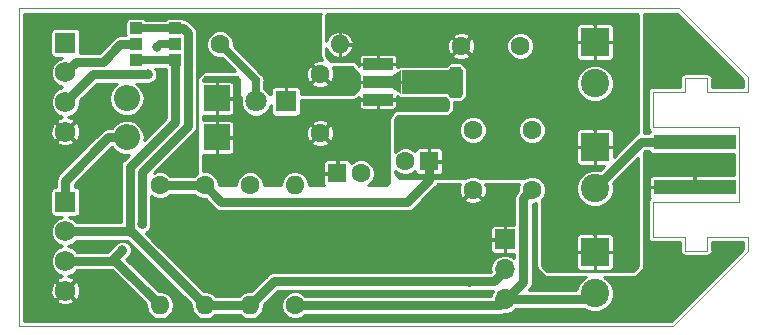
<source format=gtl>
%TF.GenerationSoftware,KiCad,Pcbnew,5.0.1*%
%TF.CreationDate,2019-02-24T22:19:24+01:00*%
%TF.ProjectId,bobbycar,626F6262796361722E6B696361645F70,rev?*%
%TF.SameCoordinates,Original*%
%TF.FileFunction,Copper,L1,Top,Signal*%
%TF.FilePolarity,Positive*%
%FSLAX46Y46*%
G04 Gerber Fmt 4.6, Leading zero omitted, Abs format (unit mm)*
G04 Created by KiCad (PCBNEW 5.0.1) date So 24 Feb 2019 22:19:24 CET*
%MOMM*%
%LPD*%
G01*
G04 APERTURE LIST*
%ADD10C,0.100000*%
%ADD11C,1.600000*%
%ADD12O,1.600000X1.600000*%
%ADD13O,2.200000X2.200000*%
%ADD14R,2.200000X2.200000*%
%ADD15R,2.500000X1.000000*%
%ADD16R,4.000000X2.000000*%
%ADD17C,0.750000*%
%ADD18R,1.700000X1.700000*%
%ADD19O,1.700000X1.700000*%
%ADD20R,1.600000X1.600000*%
%ADD21C,1.750000*%
%ADD22R,1.750000X1.750000*%
%ADD23R,2.400000X2.400000*%
%ADD24C,2.400000*%
%ADD25R,1.800000X1.800000*%
%ADD26C,1.800000*%
%ADD27R,1.000000X1.000000*%
%ADD28R,7.000000X1.270000*%
%ADD29C,0.800000*%
%ADD30C,0.800000*%
%ADD31C,0.700000*%
%ADD32C,0.254000*%
G04 APERTURE END LIST*
D10*
X162306000Y-91440000D02*
X162306000Y-92659200D01*
X158877000Y-92659200D02*
X162306000Y-92659200D01*
X158877000Y-91516200D02*
X158877000Y-92659200D01*
X156972000Y-91516200D02*
X158877000Y-91516200D01*
X156972000Y-92659200D02*
X156972000Y-91516200D01*
X154279600Y-92659200D02*
X156972000Y-92659200D01*
X154279600Y-95605600D02*
X154279600Y-92659200D01*
X161544000Y-95605600D02*
X154279600Y-95605600D01*
X161544000Y-102006400D02*
X161544000Y-95605600D01*
X154279600Y-102006400D02*
X161544000Y-102006400D01*
X154279600Y-104952800D02*
X154279600Y-102006400D01*
X156972000Y-104952800D02*
X154279600Y-104952800D01*
X156972000Y-106095800D02*
X156972000Y-104952800D01*
X158877000Y-106095800D02*
X156972000Y-106095800D01*
X158877000Y-104952800D02*
X158877000Y-106095800D01*
X162306000Y-104952800D02*
X158877000Y-104952800D01*
X162306000Y-106172000D02*
X162306000Y-104952800D01*
X162306000Y-91440000D02*
X156464000Y-85598000D01*
X162306000Y-106172000D02*
X155956000Y-112522000D01*
X100584000Y-85598000D02*
X100584000Y-112522000D01*
X155956000Y-112522000D02*
X100584000Y-112522000D01*
X156464000Y-85598000D02*
X100584000Y-85598000D01*
D11*
X139018000Y-100965000D03*
X144018000Y-100965000D03*
X126111000Y-96139000D03*
X126111000Y-91139000D03*
X143049000Y-88773000D03*
X138049000Y-88773000D03*
X139001500Y-95885000D03*
X144001500Y-95885000D03*
D12*
X123952000Y-100584000D03*
D11*
X123952000Y-110744000D03*
D13*
X109728000Y-93218000D03*
D14*
X117348000Y-93218000D03*
X117348000Y-96520000D03*
D13*
X109728000Y-96520000D03*
D15*
X130978000Y-90321000D03*
X130978000Y-91821000D03*
X130978000Y-93321000D03*
D16*
X134938000Y-91821000D03*
D17*
X132588000Y-91821000D03*
D10*
G36*
X132963000Y-92821000D02*
X132213000Y-92321000D01*
X132213000Y-91321000D01*
X132963000Y-90821000D01*
X132963000Y-92821000D01*
X132963000Y-92821000D01*
G37*
D18*
X141732000Y-105156000D03*
D19*
X141732000Y-107696000D03*
X141732000Y-110236000D03*
D11*
X120142000Y-100584000D03*
D12*
X120142000Y-110744000D03*
D11*
X117602000Y-88646000D03*
D12*
X127762000Y-88646000D03*
X112522000Y-110744000D03*
D11*
X112522000Y-100584000D03*
X116332000Y-100584000D03*
D12*
X116332000Y-110744000D03*
D11*
X129540000Y-99568000D03*
D20*
X127540000Y-99568000D03*
X135318500Y-98552000D03*
D11*
X133318500Y-98552000D03*
D21*
X104521000Y-96019000D03*
X104521000Y-93519000D03*
X104521000Y-91019000D03*
D22*
X104521000Y-88519000D03*
X104521000Y-101981000D03*
D21*
X104521000Y-104481000D03*
X104521000Y-106981000D03*
X104521000Y-109481000D03*
D23*
X149352000Y-106228000D03*
D24*
X149352000Y-109728000D03*
X149352000Y-91948000D03*
D23*
X149352000Y-88448000D03*
X149352000Y-97338000D03*
D24*
X149352000Y-100838000D03*
D25*
X123190000Y-93472000D03*
D26*
X120650000Y-93472000D03*
D27*
X110490000Y-88646000D03*
X110490000Y-87296000D03*
X110490000Y-89996000D03*
X113792000Y-89996000D03*
X113792000Y-87296000D03*
X113792000Y-88646000D03*
D28*
X157792800Y-96906000D03*
X157792800Y-100706000D03*
D29*
X152654000Y-95631000D03*
X109347000Y-106045000D03*
X110998000Y-103886000D03*
X155448000Y-98806000D03*
X159385000Y-98806000D03*
X154051000Y-106299000D03*
X117094000Y-109474000D03*
X146812000Y-108966000D03*
X137541000Y-92646500D03*
X137541000Y-91821000D03*
X137541000Y-90995500D03*
X153924000Y-90805000D03*
X106045000Y-105664000D03*
X106172000Y-103251000D03*
X108585000Y-98425000D03*
X112268000Y-102616000D03*
X137541000Y-101092000D03*
X112268000Y-88900000D03*
X111506000Y-91186000D03*
D30*
X116332000Y-100584000D02*
X117732001Y-101984001D01*
X117732001Y-101984001D02*
X133486499Y-101984001D01*
X133486499Y-101984001D02*
X135318500Y-100152000D01*
X135318500Y-100152000D02*
X135318500Y-98552000D01*
X112522000Y-100584000D02*
X116332000Y-100584000D01*
X108752000Y-106640000D02*
X108411000Y-106981000D01*
X108411000Y-106981000D02*
X104521000Y-106981000D01*
X143309001Y-101673999D02*
X143309001Y-108785999D01*
X143309001Y-108785999D02*
X141859000Y-110236000D01*
X144018000Y-100965000D02*
X143309001Y-101673999D01*
X108752000Y-106974000D02*
X108752000Y-106640000D01*
X108752000Y-106640000D02*
X109347000Y-106045000D01*
D31*
X113792000Y-87296000D02*
X110490000Y-87296000D01*
D30*
X141859000Y-110236000D02*
X148844000Y-110236000D01*
X148844000Y-110236000D02*
X149352000Y-109728000D01*
X123952000Y-110744000D02*
X141351000Y-110744000D01*
X141351000Y-110744000D02*
X141859000Y-110236000D01*
X114892001Y-95546999D02*
X114892001Y-87665999D01*
X111006613Y-99449613D02*
X110998000Y-99441000D01*
X110998000Y-103886000D02*
X110998000Y-99458226D01*
X114892001Y-95546999D02*
X111006613Y-99449613D01*
X110998000Y-99458226D02*
X111006613Y-99449613D01*
X114522002Y-87296000D02*
X114892001Y-87665999D01*
X113792000Y-87296000D02*
X114522002Y-87296000D01*
X112522000Y-110744000D02*
X108752000Y-106974000D01*
X104521000Y-93519000D02*
X106854000Y-91186000D01*
X106854000Y-91186000D02*
X111506000Y-91186000D01*
D31*
X113792000Y-88646000D02*
X112522000Y-88646000D01*
X112522000Y-88646000D02*
X112268000Y-88900000D01*
D30*
X105395999Y-90144001D02*
X107691999Y-90144001D01*
X107691999Y-90144001D02*
X109190000Y-88646000D01*
X109190000Y-88646000D02*
X110490000Y-88646000D01*
X104521000Y-91019000D02*
X105395999Y-90144001D01*
X105395999Y-90144001D02*
X105737435Y-90144001D01*
D31*
X120650000Y-93472000D02*
X120650000Y-91694000D01*
X120650000Y-91694000D02*
X117602000Y-88646000D01*
D30*
X104521000Y-101981000D02*
X104521000Y-100171366D01*
X104521000Y-100171366D02*
X108172366Y-96520000D01*
X108172366Y-96520000D02*
X109728000Y-96520000D01*
D31*
X109347000Y-96520000D02*
X109728000Y-96520000D01*
D30*
X104521000Y-104481000D02*
X109926984Y-104481000D01*
X109926984Y-104481000D02*
X109997992Y-104409992D01*
X110062000Y-104474000D02*
X110015000Y-104521000D01*
X113792000Y-89996000D02*
X113792000Y-95232774D01*
X113792000Y-95232774D02*
X109997992Y-99026782D01*
X109997992Y-99026782D02*
X109997992Y-104409992D01*
X109997992Y-104409992D02*
X110062000Y-104474000D01*
D31*
X110490000Y-89996000D02*
X113792000Y-89996000D01*
D30*
X138684000Y-108712000D02*
X140843000Y-108712000D01*
X140843000Y-108712000D02*
X141859000Y-107696000D01*
X122174000Y-108712000D02*
X138684000Y-108712000D01*
X120142000Y-110744000D02*
X122174000Y-108712000D01*
X138684000Y-108712000D02*
X138699990Y-108727990D01*
X158267400Y-96906000D02*
X153284000Y-96906000D01*
X153284000Y-96906000D02*
X149352000Y-100838000D01*
X110062000Y-104474000D02*
X116332000Y-110744000D01*
X120142000Y-110744000D02*
X116332000Y-110744000D01*
X149484000Y-100706000D02*
X149352000Y-100838000D01*
D32*
G36*
X153035000Y-86158606D02*
X153035000Y-96159229D01*
X152979269Y-96170315D01*
X152720931Y-96342931D01*
X152677359Y-96408141D01*
X150933000Y-98152500D01*
X150933000Y-97456250D01*
X150837750Y-97361000D01*
X149375000Y-97361000D01*
X149375000Y-98823750D01*
X149470250Y-98919000D01*
X150166500Y-98919000D01*
X149781046Y-99304454D01*
X149666481Y-99257000D01*
X149037519Y-99257000D01*
X148456435Y-99497693D01*
X148011693Y-99942435D01*
X147771000Y-100523519D01*
X147771000Y-101152481D01*
X148011693Y-101733565D01*
X148456435Y-102178307D01*
X149037519Y-102419000D01*
X149666481Y-102419000D01*
X150247565Y-102178307D01*
X150692307Y-101733565D01*
X150933000Y-101152481D01*
X150933000Y-100523519D01*
X150885546Y-100408954D01*
X153035000Y-98259500D01*
X153035000Y-107389394D01*
X152601394Y-107823000D01*
X145340606Y-107823000D01*
X144907000Y-107389394D01*
X144907000Y-106346250D01*
X147771000Y-106346250D01*
X147771000Y-107503786D01*
X147829004Y-107643820D01*
X147936181Y-107750996D01*
X148076215Y-107809000D01*
X149233750Y-107809000D01*
X149329000Y-107713750D01*
X149329000Y-106251000D01*
X149375000Y-106251000D01*
X149375000Y-107713750D01*
X149470250Y-107809000D01*
X150627785Y-107809000D01*
X150767819Y-107750996D01*
X150874996Y-107643820D01*
X150933000Y-107503786D01*
X150933000Y-106346250D01*
X150837750Y-106251000D01*
X149375000Y-106251000D01*
X149329000Y-106251000D01*
X147866250Y-106251000D01*
X147771000Y-106346250D01*
X144907000Y-106346250D01*
X144907000Y-104952214D01*
X147771000Y-104952214D01*
X147771000Y-106109750D01*
X147866250Y-106205000D01*
X149329000Y-106205000D01*
X149329000Y-104742250D01*
X149375000Y-104742250D01*
X149375000Y-106205000D01*
X150837750Y-106205000D01*
X150933000Y-106109750D01*
X150933000Y-104952214D01*
X150874996Y-104812180D01*
X150767819Y-104705004D01*
X150627785Y-104647000D01*
X149470250Y-104647000D01*
X149375000Y-104742250D01*
X149329000Y-104742250D01*
X149233750Y-104647000D01*
X148076215Y-104647000D01*
X147936181Y-104705004D01*
X147829004Y-104812180D01*
X147771000Y-104952214D01*
X144907000Y-104952214D01*
X144907000Y-101746186D01*
X145019203Y-101633983D01*
X145199000Y-101199915D01*
X145199000Y-100730085D01*
X145019203Y-100296017D01*
X144686983Y-99963797D01*
X144252915Y-99784000D01*
X143783085Y-99784000D01*
X143384740Y-99949000D01*
X139651260Y-99949000D01*
X139252915Y-99784000D01*
X138783085Y-99784000D01*
X138384740Y-99949000D01*
X132894606Y-99949000D01*
X132461000Y-99515394D01*
X132461000Y-99364686D01*
X132649517Y-99553203D01*
X133083585Y-99733000D01*
X133553415Y-99733000D01*
X133987483Y-99553203D01*
X134137500Y-99403186D01*
X134137500Y-99427785D01*
X134195504Y-99567819D01*
X134302680Y-99674996D01*
X134442714Y-99733000D01*
X135200250Y-99733000D01*
X135295500Y-99637750D01*
X135295500Y-98575000D01*
X135341500Y-98575000D01*
X135341500Y-99637750D01*
X135436750Y-99733000D01*
X136194286Y-99733000D01*
X136334320Y-99674996D01*
X136441496Y-99567819D01*
X136499500Y-99427785D01*
X136499500Y-98670250D01*
X136404250Y-98575000D01*
X135341500Y-98575000D01*
X135295500Y-98575000D01*
X135275500Y-98575000D01*
X135275500Y-98529000D01*
X135295500Y-98529000D01*
X135295500Y-97466250D01*
X135341500Y-97466250D01*
X135341500Y-98529000D01*
X136404250Y-98529000D01*
X136499500Y-98433750D01*
X136499500Y-97676215D01*
X136441496Y-97536181D01*
X136361566Y-97456250D01*
X147771000Y-97456250D01*
X147771000Y-98613786D01*
X147829004Y-98753820D01*
X147936181Y-98860996D01*
X148076215Y-98919000D01*
X149233750Y-98919000D01*
X149329000Y-98823750D01*
X149329000Y-97361000D01*
X147866250Y-97361000D01*
X147771000Y-97456250D01*
X136361566Y-97456250D01*
X136334320Y-97429004D01*
X136194286Y-97371000D01*
X135436750Y-97371000D01*
X135341500Y-97466250D01*
X135295500Y-97466250D01*
X135200250Y-97371000D01*
X134442714Y-97371000D01*
X134302680Y-97429004D01*
X134195504Y-97536181D01*
X134137500Y-97676215D01*
X134137500Y-97700814D01*
X133987483Y-97550797D01*
X133553415Y-97371000D01*
X133083585Y-97371000D01*
X132649517Y-97550797D01*
X132461000Y-97739314D01*
X132461000Y-95650085D01*
X137820500Y-95650085D01*
X137820500Y-96119915D01*
X138000297Y-96553983D01*
X138332517Y-96886203D01*
X138766585Y-97066000D01*
X139236415Y-97066000D01*
X139670483Y-96886203D01*
X140002703Y-96553983D01*
X140182500Y-96119915D01*
X140182500Y-95650085D01*
X142820500Y-95650085D01*
X142820500Y-96119915D01*
X143000297Y-96553983D01*
X143332517Y-96886203D01*
X143766585Y-97066000D01*
X144236415Y-97066000D01*
X144670483Y-96886203D01*
X145002703Y-96553983D01*
X145182500Y-96119915D01*
X145182500Y-96062214D01*
X147771000Y-96062214D01*
X147771000Y-97219750D01*
X147866250Y-97315000D01*
X149329000Y-97315000D01*
X149329000Y-95852250D01*
X149375000Y-95852250D01*
X149375000Y-97315000D01*
X150837750Y-97315000D01*
X150933000Y-97219750D01*
X150933000Y-96062214D01*
X150874996Y-95922180D01*
X150767819Y-95815004D01*
X150627785Y-95757000D01*
X149470250Y-95757000D01*
X149375000Y-95852250D01*
X149329000Y-95852250D01*
X149233750Y-95757000D01*
X148076215Y-95757000D01*
X147936181Y-95815004D01*
X147829004Y-95922180D01*
X147771000Y-96062214D01*
X145182500Y-96062214D01*
X145182500Y-95650085D01*
X145002703Y-95216017D01*
X144670483Y-94883797D01*
X144236415Y-94704000D01*
X143766585Y-94704000D01*
X143332517Y-94883797D01*
X143000297Y-95216017D01*
X142820500Y-95650085D01*
X140182500Y-95650085D01*
X140002703Y-95216017D01*
X139670483Y-94883797D01*
X139236415Y-94704000D01*
X138766585Y-94704000D01*
X138332517Y-94883797D01*
X138000297Y-95216017D01*
X137820500Y-95650085D01*
X132461000Y-95650085D01*
X132461000Y-94996000D01*
X132651500Y-94742000D01*
X136779000Y-94742000D01*
X136924802Y-94712998D01*
X137048408Y-94630408D01*
X137302408Y-94376408D01*
X137384998Y-94252802D01*
X137414000Y-94107000D01*
X137414000Y-93535500D01*
X137922000Y-93535500D01*
X138067802Y-93506498D01*
X138191408Y-93423908D01*
X138445408Y-93169908D01*
X138527998Y-93046302D01*
X138557000Y-92900500D01*
X138557000Y-91633519D01*
X147771000Y-91633519D01*
X147771000Y-92262481D01*
X148011693Y-92843565D01*
X148456435Y-93288307D01*
X149037519Y-93529000D01*
X149666481Y-93529000D01*
X150247565Y-93288307D01*
X150692307Y-92843565D01*
X150933000Y-92262481D01*
X150933000Y-91633519D01*
X150692307Y-91052435D01*
X150247565Y-90607693D01*
X149666481Y-90367000D01*
X149037519Y-90367000D01*
X148456435Y-90607693D01*
X148011693Y-91052435D01*
X147771000Y-91633519D01*
X138557000Y-91633519D01*
X138557000Y-90805000D01*
X138527998Y-90659198D01*
X138445408Y-90535592D01*
X138191408Y-90281592D01*
X138067802Y-90199002D01*
X137922000Y-90170000D01*
X137160000Y-90170000D01*
X137014198Y-90199002D01*
X136890592Y-90281592D01*
X136739648Y-90432536D01*
X132938000Y-90432536D01*
X132900803Y-90439935D01*
X132887613Y-90439921D01*
X132875292Y-90445009D01*
X132789341Y-90462106D01*
X132663314Y-90546314D01*
X132654156Y-90560020D01*
X132609000Y-90590124D01*
X132609000Y-90439250D01*
X132513750Y-90344000D01*
X131001000Y-90344000D01*
X131001000Y-90364000D01*
X130955000Y-90364000D01*
X130955000Y-90344000D01*
X129442250Y-90344000D01*
X129353104Y-90433146D01*
X129066064Y-90088697D01*
X129027524Y-90057549D01*
X128968500Y-90043000D01*
X127052606Y-90043000D01*
X126619000Y-89609394D01*
X126619000Y-88923328D01*
X126793212Y-89321437D01*
X127125435Y-89640762D01*
X127554569Y-89808643D01*
X127739000Y-89731528D01*
X127739000Y-88669000D01*
X127785000Y-88669000D01*
X127785000Y-89731528D01*
X127969431Y-89808643D01*
X128131566Y-89745214D01*
X129347000Y-89745214D01*
X129347000Y-90202750D01*
X129442250Y-90298000D01*
X130955000Y-90298000D01*
X130955000Y-89535250D01*
X131001000Y-89535250D01*
X131001000Y-90298000D01*
X132513750Y-90298000D01*
X132609000Y-90202750D01*
X132609000Y-89745214D01*
X132550996Y-89605180D01*
X132519012Y-89573196D01*
X137281331Y-89573196D01*
X137359963Y-89760509D01*
X137790316Y-89949023D01*
X138260051Y-89958498D01*
X138697656Y-89787492D01*
X138738037Y-89760509D01*
X138816669Y-89573196D01*
X138049000Y-88805527D01*
X137281331Y-89573196D01*
X132519012Y-89573196D01*
X132443819Y-89498004D01*
X132303785Y-89440000D01*
X131096250Y-89440000D01*
X131001000Y-89535250D01*
X130955000Y-89535250D01*
X130859750Y-89440000D01*
X129652215Y-89440000D01*
X129512181Y-89498004D01*
X129405004Y-89605180D01*
X129347000Y-89745214D01*
X128131566Y-89745214D01*
X128398565Y-89640762D01*
X128730788Y-89321437D01*
X128878427Y-88984051D01*
X136863502Y-88984051D01*
X137034508Y-89421656D01*
X137061491Y-89462037D01*
X137248804Y-89540669D01*
X138016473Y-88773000D01*
X138081527Y-88773000D01*
X138849196Y-89540669D01*
X139036509Y-89462037D01*
X139225023Y-89031684D01*
X139234498Y-88561949D01*
X139225173Y-88538085D01*
X141868000Y-88538085D01*
X141868000Y-89007915D01*
X142047797Y-89441983D01*
X142380017Y-89774203D01*
X142814085Y-89954000D01*
X143283915Y-89954000D01*
X143717983Y-89774203D01*
X144050203Y-89441983D01*
X144230000Y-89007915D01*
X144230000Y-88566250D01*
X147771000Y-88566250D01*
X147771000Y-89723786D01*
X147829004Y-89863820D01*
X147936181Y-89970996D01*
X148076215Y-90029000D01*
X149233750Y-90029000D01*
X149329000Y-89933750D01*
X149329000Y-88471000D01*
X149375000Y-88471000D01*
X149375000Y-89933750D01*
X149470250Y-90029000D01*
X150627785Y-90029000D01*
X150767819Y-89970996D01*
X150874996Y-89863820D01*
X150933000Y-89723786D01*
X150933000Y-88566250D01*
X150837750Y-88471000D01*
X149375000Y-88471000D01*
X149329000Y-88471000D01*
X147866250Y-88471000D01*
X147771000Y-88566250D01*
X144230000Y-88566250D01*
X144230000Y-88538085D01*
X144050203Y-88104017D01*
X143717983Y-87771797D01*
X143283915Y-87592000D01*
X142814085Y-87592000D01*
X142380017Y-87771797D01*
X142047797Y-88104017D01*
X141868000Y-88538085D01*
X139225173Y-88538085D01*
X139063492Y-88124344D01*
X139036509Y-88083963D01*
X138849196Y-88005331D01*
X138081527Y-88773000D01*
X138016473Y-88773000D01*
X137248804Y-88005331D01*
X137061491Y-88083963D01*
X136872977Y-88514316D01*
X136863502Y-88984051D01*
X128878427Y-88984051D01*
X128915522Y-88899283D01*
X128924641Y-88853431D01*
X128847506Y-88669000D01*
X127785000Y-88669000D01*
X127739000Y-88669000D01*
X127719000Y-88669000D01*
X127719000Y-88623000D01*
X127739000Y-88623000D01*
X127739000Y-87560472D01*
X127785000Y-87560472D01*
X127785000Y-88623000D01*
X128847506Y-88623000D01*
X128924641Y-88438569D01*
X128915522Y-88392717D01*
X128731769Y-87972804D01*
X137281331Y-87972804D01*
X138049000Y-88740473D01*
X138816669Y-87972804D01*
X138738037Y-87785491D01*
X138307684Y-87596977D01*
X137837949Y-87587502D01*
X137400344Y-87758508D01*
X137359963Y-87785491D01*
X137281331Y-87972804D01*
X128731769Y-87972804D01*
X128730788Y-87970563D01*
X128398565Y-87651238D01*
X127969431Y-87483357D01*
X127785000Y-87560472D01*
X127739000Y-87560472D01*
X127554569Y-87483357D01*
X127125435Y-87651238D01*
X126793212Y-87970563D01*
X126619000Y-88368672D01*
X126619000Y-87172214D01*
X147771000Y-87172214D01*
X147771000Y-88329750D01*
X147866250Y-88425000D01*
X149329000Y-88425000D01*
X149329000Y-86962250D01*
X149375000Y-86962250D01*
X149375000Y-88425000D01*
X150837750Y-88425000D01*
X150933000Y-88329750D01*
X150933000Y-87172214D01*
X150874996Y-87032180D01*
X150767819Y-86925004D01*
X150627785Y-86867000D01*
X149470250Y-86867000D01*
X149375000Y-86962250D01*
X149329000Y-86962250D01*
X149233750Y-86867000D01*
X148076215Y-86867000D01*
X147936181Y-86925004D01*
X147829004Y-87032180D01*
X147771000Y-87172214D01*
X126619000Y-87172214D01*
X126619000Y-86158606D01*
X126748606Y-86029000D01*
X152905394Y-86029000D01*
X153035000Y-86158606D01*
X153035000Y-86158606D01*
G37*
X153035000Y-86158606D02*
X153035000Y-96159229D01*
X152979269Y-96170315D01*
X152720931Y-96342931D01*
X152677359Y-96408141D01*
X150933000Y-98152500D01*
X150933000Y-97456250D01*
X150837750Y-97361000D01*
X149375000Y-97361000D01*
X149375000Y-98823750D01*
X149470250Y-98919000D01*
X150166500Y-98919000D01*
X149781046Y-99304454D01*
X149666481Y-99257000D01*
X149037519Y-99257000D01*
X148456435Y-99497693D01*
X148011693Y-99942435D01*
X147771000Y-100523519D01*
X147771000Y-101152481D01*
X148011693Y-101733565D01*
X148456435Y-102178307D01*
X149037519Y-102419000D01*
X149666481Y-102419000D01*
X150247565Y-102178307D01*
X150692307Y-101733565D01*
X150933000Y-101152481D01*
X150933000Y-100523519D01*
X150885546Y-100408954D01*
X153035000Y-98259500D01*
X153035000Y-107389394D01*
X152601394Y-107823000D01*
X145340606Y-107823000D01*
X144907000Y-107389394D01*
X144907000Y-106346250D01*
X147771000Y-106346250D01*
X147771000Y-107503786D01*
X147829004Y-107643820D01*
X147936181Y-107750996D01*
X148076215Y-107809000D01*
X149233750Y-107809000D01*
X149329000Y-107713750D01*
X149329000Y-106251000D01*
X149375000Y-106251000D01*
X149375000Y-107713750D01*
X149470250Y-107809000D01*
X150627785Y-107809000D01*
X150767819Y-107750996D01*
X150874996Y-107643820D01*
X150933000Y-107503786D01*
X150933000Y-106346250D01*
X150837750Y-106251000D01*
X149375000Y-106251000D01*
X149329000Y-106251000D01*
X147866250Y-106251000D01*
X147771000Y-106346250D01*
X144907000Y-106346250D01*
X144907000Y-104952214D01*
X147771000Y-104952214D01*
X147771000Y-106109750D01*
X147866250Y-106205000D01*
X149329000Y-106205000D01*
X149329000Y-104742250D01*
X149375000Y-104742250D01*
X149375000Y-106205000D01*
X150837750Y-106205000D01*
X150933000Y-106109750D01*
X150933000Y-104952214D01*
X150874996Y-104812180D01*
X150767819Y-104705004D01*
X150627785Y-104647000D01*
X149470250Y-104647000D01*
X149375000Y-104742250D01*
X149329000Y-104742250D01*
X149233750Y-104647000D01*
X148076215Y-104647000D01*
X147936181Y-104705004D01*
X147829004Y-104812180D01*
X147771000Y-104952214D01*
X144907000Y-104952214D01*
X144907000Y-101746186D01*
X145019203Y-101633983D01*
X145199000Y-101199915D01*
X145199000Y-100730085D01*
X145019203Y-100296017D01*
X144686983Y-99963797D01*
X144252915Y-99784000D01*
X143783085Y-99784000D01*
X143384740Y-99949000D01*
X139651260Y-99949000D01*
X139252915Y-99784000D01*
X138783085Y-99784000D01*
X138384740Y-99949000D01*
X132894606Y-99949000D01*
X132461000Y-99515394D01*
X132461000Y-99364686D01*
X132649517Y-99553203D01*
X133083585Y-99733000D01*
X133553415Y-99733000D01*
X133987483Y-99553203D01*
X134137500Y-99403186D01*
X134137500Y-99427785D01*
X134195504Y-99567819D01*
X134302680Y-99674996D01*
X134442714Y-99733000D01*
X135200250Y-99733000D01*
X135295500Y-99637750D01*
X135295500Y-98575000D01*
X135341500Y-98575000D01*
X135341500Y-99637750D01*
X135436750Y-99733000D01*
X136194286Y-99733000D01*
X136334320Y-99674996D01*
X136441496Y-99567819D01*
X136499500Y-99427785D01*
X136499500Y-98670250D01*
X136404250Y-98575000D01*
X135341500Y-98575000D01*
X135295500Y-98575000D01*
X135275500Y-98575000D01*
X135275500Y-98529000D01*
X135295500Y-98529000D01*
X135295500Y-97466250D01*
X135341500Y-97466250D01*
X135341500Y-98529000D01*
X136404250Y-98529000D01*
X136499500Y-98433750D01*
X136499500Y-97676215D01*
X136441496Y-97536181D01*
X136361566Y-97456250D01*
X147771000Y-97456250D01*
X147771000Y-98613786D01*
X147829004Y-98753820D01*
X147936181Y-98860996D01*
X148076215Y-98919000D01*
X149233750Y-98919000D01*
X149329000Y-98823750D01*
X149329000Y-97361000D01*
X147866250Y-97361000D01*
X147771000Y-97456250D01*
X136361566Y-97456250D01*
X136334320Y-97429004D01*
X136194286Y-97371000D01*
X135436750Y-97371000D01*
X135341500Y-97466250D01*
X135295500Y-97466250D01*
X135200250Y-97371000D01*
X134442714Y-97371000D01*
X134302680Y-97429004D01*
X134195504Y-97536181D01*
X134137500Y-97676215D01*
X134137500Y-97700814D01*
X133987483Y-97550797D01*
X133553415Y-97371000D01*
X133083585Y-97371000D01*
X132649517Y-97550797D01*
X132461000Y-97739314D01*
X132461000Y-95650085D01*
X137820500Y-95650085D01*
X137820500Y-96119915D01*
X138000297Y-96553983D01*
X138332517Y-96886203D01*
X138766585Y-97066000D01*
X139236415Y-97066000D01*
X139670483Y-96886203D01*
X140002703Y-96553983D01*
X140182500Y-96119915D01*
X140182500Y-95650085D01*
X142820500Y-95650085D01*
X142820500Y-96119915D01*
X143000297Y-96553983D01*
X143332517Y-96886203D01*
X143766585Y-97066000D01*
X144236415Y-97066000D01*
X144670483Y-96886203D01*
X145002703Y-96553983D01*
X145182500Y-96119915D01*
X145182500Y-96062214D01*
X147771000Y-96062214D01*
X147771000Y-97219750D01*
X147866250Y-97315000D01*
X149329000Y-97315000D01*
X149329000Y-95852250D01*
X149375000Y-95852250D01*
X149375000Y-97315000D01*
X150837750Y-97315000D01*
X150933000Y-97219750D01*
X150933000Y-96062214D01*
X150874996Y-95922180D01*
X150767819Y-95815004D01*
X150627785Y-95757000D01*
X149470250Y-95757000D01*
X149375000Y-95852250D01*
X149329000Y-95852250D01*
X149233750Y-95757000D01*
X148076215Y-95757000D01*
X147936181Y-95815004D01*
X147829004Y-95922180D01*
X147771000Y-96062214D01*
X145182500Y-96062214D01*
X145182500Y-95650085D01*
X145002703Y-95216017D01*
X144670483Y-94883797D01*
X144236415Y-94704000D01*
X143766585Y-94704000D01*
X143332517Y-94883797D01*
X143000297Y-95216017D01*
X142820500Y-95650085D01*
X140182500Y-95650085D01*
X140002703Y-95216017D01*
X139670483Y-94883797D01*
X139236415Y-94704000D01*
X138766585Y-94704000D01*
X138332517Y-94883797D01*
X138000297Y-95216017D01*
X137820500Y-95650085D01*
X132461000Y-95650085D01*
X132461000Y-94996000D01*
X132651500Y-94742000D01*
X136779000Y-94742000D01*
X136924802Y-94712998D01*
X137048408Y-94630408D01*
X137302408Y-94376408D01*
X137384998Y-94252802D01*
X137414000Y-94107000D01*
X137414000Y-93535500D01*
X137922000Y-93535500D01*
X138067802Y-93506498D01*
X138191408Y-93423908D01*
X138445408Y-93169908D01*
X138527998Y-93046302D01*
X138557000Y-92900500D01*
X138557000Y-91633519D01*
X147771000Y-91633519D01*
X147771000Y-92262481D01*
X148011693Y-92843565D01*
X148456435Y-93288307D01*
X149037519Y-93529000D01*
X149666481Y-93529000D01*
X150247565Y-93288307D01*
X150692307Y-92843565D01*
X150933000Y-92262481D01*
X150933000Y-91633519D01*
X150692307Y-91052435D01*
X150247565Y-90607693D01*
X149666481Y-90367000D01*
X149037519Y-90367000D01*
X148456435Y-90607693D01*
X148011693Y-91052435D01*
X147771000Y-91633519D01*
X138557000Y-91633519D01*
X138557000Y-90805000D01*
X138527998Y-90659198D01*
X138445408Y-90535592D01*
X138191408Y-90281592D01*
X138067802Y-90199002D01*
X137922000Y-90170000D01*
X137160000Y-90170000D01*
X137014198Y-90199002D01*
X136890592Y-90281592D01*
X136739648Y-90432536D01*
X132938000Y-90432536D01*
X132900803Y-90439935D01*
X132887613Y-90439921D01*
X132875292Y-90445009D01*
X132789341Y-90462106D01*
X132663314Y-90546314D01*
X132654156Y-90560020D01*
X132609000Y-90590124D01*
X132609000Y-90439250D01*
X132513750Y-90344000D01*
X131001000Y-90344000D01*
X131001000Y-90364000D01*
X130955000Y-90364000D01*
X130955000Y-90344000D01*
X129442250Y-90344000D01*
X129353104Y-90433146D01*
X129066064Y-90088697D01*
X129027524Y-90057549D01*
X128968500Y-90043000D01*
X127052606Y-90043000D01*
X126619000Y-89609394D01*
X126619000Y-88923328D01*
X126793212Y-89321437D01*
X127125435Y-89640762D01*
X127554569Y-89808643D01*
X127739000Y-89731528D01*
X127739000Y-88669000D01*
X127785000Y-88669000D01*
X127785000Y-89731528D01*
X127969431Y-89808643D01*
X128131566Y-89745214D01*
X129347000Y-89745214D01*
X129347000Y-90202750D01*
X129442250Y-90298000D01*
X130955000Y-90298000D01*
X130955000Y-89535250D01*
X131001000Y-89535250D01*
X131001000Y-90298000D01*
X132513750Y-90298000D01*
X132609000Y-90202750D01*
X132609000Y-89745214D01*
X132550996Y-89605180D01*
X132519012Y-89573196D01*
X137281331Y-89573196D01*
X137359963Y-89760509D01*
X137790316Y-89949023D01*
X138260051Y-89958498D01*
X138697656Y-89787492D01*
X138738037Y-89760509D01*
X138816669Y-89573196D01*
X138049000Y-88805527D01*
X137281331Y-89573196D01*
X132519012Y-89573196D01*
X132443819Y-89498004D01*
X132303785Y-89440000D01*
X131096250Y-89440000D01*
X131001000Y-89535250D01*
X130955000Y-89535250D01*
X130859750Y-89440000D01*
X129652215Y-89440000D01*
X129512181Y-89498004D01*
X129405004Y-89605180D01*
X129347000Y-89745214D01*
X128131566Y-89745214D01*
X128398565Y-89640762D01*
X128730788Y-89321437D01*
X128878427Y-88984051D01*
X136863502Y-88984051D01*
X137034508Y-89421656D01*
X137061491Y-89462037D01*
X137248804Y-89540669D01*
X138016473Y-88773000D01*
X138081527Y-88773000D01*
X138849196Y-89540669D01*
X139036509Y-89462037D01*
X139225023Y-89031684D01*
X139234498Y-88561949D01*
X139225173Y-88538085D01*
X141868000Y-88538085D01*
X141868000Y-89007915D01*
X142047797Y-89441983D01*
X142380017Y-89774203D01*
X142814085Y-89954000D01*
X143283915Y-89954000D01*
X143717983Y-89774203D01*
X144050203Y-89441983D01*
X144230000Y-89007915D01*
X144230000Y-88566250D01*
X147771000Y-88566250D01*
X147771000Y-89723786D01*
X147829004Y-89863820D01*
X147936181Y-89970996D01*
X148076215Y-90029000D01*
X149233750Y-90029000D01*
X149329000Y-89933750D01*
X149329000Y-88471000D01*
X149375000Y-88471000D01*
X149375000Y-89933750D01*
X149470250Y-90029000D01*
X150627785Y-90029000D01*
X150767819Y-89970996D01*
X150874996Y-89863820D01*
X150933000Y-89723786D01*
X150933000Y-88566250D01*
X150837750Y-88471000D01*
X149375000Y-88471000D01*
X149329000Y-88471000D01*
X147866250Y-88471000D01*
X147771000Y-88566250D01*
X144230000Y-88566250D01*
X144230000Y-88538085D01*
X144050203Y-88104017D01*
X143717983Y-87771797D01*
X143283915Y-87592000D01*
X142814085Y-87592000D01*
X142380017Y-87771797D01*
X142047797Y-88104017D01*
X141868000Y-88538085D01*
X139225173Y-88538085D01*
X139063492Y-88124344D01*
X139036509Y-88083963D01*
X138849196Y-88005331D01*
X138081527Y-88773000D01*
X138016473Y-88773000D01*
X137248804Y-88005331D01*
X137061491Y-88083963D01*
X136872977Y-88514316D01*
X136863502Y-88984051D01*
X128878427Y-88984051D01*
X128915522Y-88899283D01*
X128924641Y-88853431D01*
X128847506Y-88669000D01*
X127785000Y-88669000D01*
X127739000Y-88669000D01*
X127719000Y-88669000D01*
X127719000Y-88623000D01*
X127739000Y-88623000D01*
X127739000Y-87560472D01*
X127785000Y-87560472D01*
X127785000Y-88623000D01*
X128847506Y-88623000D01*
X128924641Y-88438569D01*
X128915522Y-88392717D01*
X128731769Y-87972804D01*
X137281331Y-87972804D01*
X138049000Y-88740473D01*
X138816669Y-87972804D01*
X138738037Y-87785491D01*
X138307684Y-87596977D01*
X137837949Y-87587502D01*
X137400344Y-87758508D01*
X137359963Y-87785491D01*
X137281331Y-87972804D01*
X128731769Y-87972804D01*
X128730788Y-87970563D01*
X128398565Y-87651238D01*
X127969431Y-87483357D01*
X127785000Y-87560472D01*
X127739000Y-87560472D01*
X127554569Y-87483357D01*
X127125435Y-87651238D01*
X126793212Y-87970563D01*
X126619000Y-88368672D01*
X126619000Y-87172214D01*
X147771000Y-87172214D01*
X147771000Y-88329750D01*
X147866250Y-88425000D01*
X149329000Y-88425000D01*
X149329000Y-86962250D01*
X149375000Y-86962250D01*
X149375000Y-88425000D01*
X150837750Y-88425000D01*
X150933000Y-88329750D01*
X150933000Y-87172214D01*
X150874996Y-87032180D01*
X150767819Y-86925004D01*
X150627785Y-86867000D01*
X149470250Y-86867000D01*
X149375000Y-86962250D01*
X149329000Y-86962250D01*
X149233750Y-86867000D01*
X148076215Y-86867000D01*
X147936181Y-86925004D01*
X147829004Y-87032180D01*
X147771000Y-87172214D01*
X126619000Y-87172214D01*
X126619000Y-86158606D01*
X126748606Y-86029000D01*
X152905394Y-86029000D01*
X153035000Y-86158606D01*
G36*
X119253000Y-91619606D02*
X119253000Y-92964000D01*
X119262667Y-93012601D01*
X119290197Y-93053803D01*
X119393775Y-93157381D01*
X119369000Y-93217193D01*
X119369000Y-93726807D01*
X119564021Y-94197628D01*
X119924372Y-94557979D01*
X120395193Y-94753000D01*
X120904807Y-94753000D01*
X121375628Y-94557979D01*
X121735979Y-94197628D01*
X121901536Y-93797939D01*
X121901536Y-94372000D01*
X121931106Y-94520659D01*
X122015314Y-94646686D01*
X122141341Y-94730894D01*
X122290000Y-94760464D01*
X124090000Y-94760464D01*
X124238659Y-94730894D01*
X124364686Y-94646686D01*
X124448894Y-94520659D01*
X124478464Y-94372000D01*
X124478464Y-93439250D01*
X129347000Y-93439250D01*
X129347000Y-93896786D01*
X129405004Y-94036820D01*
X129512181Y-94143996D01*
X129652215Y-94202000D01*
X130859750Y-94202000D01*
X130955000Y-94106750D01*
X130955000Y-93344000D01*
X131001000Y-93344000D01*
X131001000Y-94106750D01*
X131096250Y-94202000D01*
X132303785Y-94202000D01*
X132443819Y-94143996D01*
X132550996Y-94036820D01*
X132609000Y-93896786D01*
X132609000Y-93439250D01*
X132513750Y-93344000D01*
X131001000Y-93344000D01*
X130955000Y-93344000D01*
X129442250Y-93344000D01*
X129347000Y-93439250D01*
X124478464Y-93439250D01*
X124478464Y-93345000D01*
X129032000Y-93345000D01*
X129080601Y-93335333D01*
X129121803Y-93307803D01*
X129347000Y-93082606D01*
X129347000Y-93202750D01*
X129442250Y-93298000D01*
X130955000Y-93298000D01*
X130955000Y-93278000D01*
X131001000Y-93278000D01*
X131001000Y-93298000D01*
X132513750Y-93298000D01*
X132609000Y-93202750D01*
X132609000Y-93051876D01*
X132654156Y-93081980D01*
X132663314Y-93095686D01*
X132789341Y-93179894D01*
X132938000Y-93209464D01*
X136676148Y-93209464D01*
X136890592Y-93423908D01*
X136906000Y-93434203D01*
X136906000Y-94054394D01*
X136726394Y-94234000D01*
X132461000Y-94234000D01*
X132412399Y-94243667D01*
X132359400Y-94284800D01*
X131978400Y-94792800D01*
X131956973Y-94837481D01*
X131953000Y-94869000D01*
X131953000Y-100389032D01*
X131660548Y-100584000D01*
X130173260Y-100584000D01*
X130208983Y-100569203D01*
X130541203Y-100236983D01*
X130721000Y-99802915D01*
X130721000Y-99333085D01*
X130541203Y-98899017D01*
X130208983Y-98566797D01*
X129774915Y-98387000D01*
X129305085Y-98387000D01*
X128871017Y-98566797D01*
X128721000Y-98716814D01*
X128721000Y-98692215D01*
X128662996Y-98552181D01*
X128555820Y-98445004D01*
X128415786Y-98387000D01*
X127658250Y-98387000D01*
X127563000Y-98482250D01*
X127563000Y-99545000D01*
X127583000Y-99545000D01*
X127583000Y-99591000D01*
X127563000Y-99591000D01*
X127563000Y-99611000D01*
X127517000Y-99611000D01*
X127517000Y-99591000D01*
X126454250Y-99591000D01*
X126359000Y-99686250D01*
X126359000Y-100443785D01*
X126417004Y-100583819D01*
X126417185Y-100584000D01*
X125156137Y-100584000D01*
X125064478Y-100123197D01*
X124803453Y-99732547D01*
X124412803Y-99471522D01*
X124068318Y-99403000D01*
X123835682Y-99403000D01*
X123491197Y-99471522D01*
X123100547Y-99732547D01*
X122839522Y-100123197D01*
X122747863Y-100584000D01*
X121323000Y-100584000D01*
X121323000Y-100349085D01*
X121143203Y-99915017D01*
X120810983Y-99582797D01*
X120376915Y-99403000D01*
X119907085Y-99403000D01*
X119473017Y-99582797D01*
X119140797Y-99915017D01*
X118961000Y-100349085D01*
X118961000Y-100584000D01*
X117513000Y-100584000D01*
X117513000Y-100349085D01*
X117333203Y-99915017D01*
X117000983Y-99582797D01*
X116566915Y-99403000D01*
X116205000Y-99403000D01*
X116205000Y-98692215D01*
X126359000Y-98692215D01*
X126359000Y-99449750D01*
X126454250Y-99545000D01*
X127517000Y-99545000D01*
X127517000Y-98482250D01*
X127421750Y-98387000D01*
X126664214Y-98387000D01*
X126524180Y-98445004D01*
X126417004Y-98552181D01*
X126359000Y-98692215D01*
X116205000Y-98692215D01*
X116205000Y-98001000D01*
X117229750Y-98001000D01*
X117325000Y-97905750D01*
X117325000Y-96543000D01*
X117371000Y-96543000D01*
X117371000Y-97905750D01*
X117466250Y-98001000D01*
X118523786Y-98001000D01*
X118663820Y-97942996D01*
X118770996Y-97835819D01*
X118829000Y-97695785D01*
X118829000Y-96939196D01*
X125343331Y-96939196D01*
X125421963Y-97126509D01*
X125852316Y-97315023D01*
X126322051Y-97324498D01*
X126759656Y-97153492D01*
X126800037Y-97126509D01*
X126878669Y-96939196D01*
X126111000Y-96171527D01*
X125343331Y-96939196D01*
X118829000Y-96939196D01*
X118829000Y-96638250D01*
X118733750Y-96543000D01*
X117371000Y-96543000D01*
X117325000Y-96543000D01*
X117305000Y-96543000D01*
X117305000Y-96497000D01*
X117325000Y-96497000D01*
X117325000Y-95134250D01*
X117371000Y-95134250D01*
X117371000Y-96497000D01*
X118733750Y-96497000D01*
X118829000Y-96401750D01*
X118829000Y-96350051D01*
X124925502Y-96350051D01*
X125096508Y-96787656D01*
X125123491Y-96828037D01*
X125310804Y-96906669D01*
X126078473Y-96139000D01*
X126143527Y-96139000D01*
X126911196Y-96906669D01*
X127098509Y-96828037D01*
X127287023Y-96397684D01*
X127296498Y-95927949D01*
X127125492Y-95490344D01*
X127098509Y-95449963D01*
X126911196Y-95371331D01*
X126143527Y-96139000D01*
X126078473Y-96139000D01*
X125310804Y-95371331D01*
X125123491Y-95449963D01*
X124934977Y-95880316D01*
X124925502Y-96350051D01*
X118829000Y-96350051D01*
X118829000Y-95344215D01*
X118826759Y-95338804D01*
X125343331Y-95338804D01*
X126111000Y-96106473D01*
X126878669Y-95338804D01*
X126800037Y-95151491D01*
X126369684Y-94962977D01*
X125899949Y-94953502D01*
X125462344Y-95124508D01*
X125421963Y-95151491D01*
X125343331Y-95338804D01*
X118826759Y-95338804D01*
X118770996Y-95204181D01*
X118663820Y-95097004D01*
X118523786Y-95039000D01*
X117466250Y-95039000D01*
X117371000Y-95134250D01*
X117325000Y-95134250D01*
X117229750Y-95039000D01*
X116205000Y-95039000D01*
X116205000Y-94699000D01*
X117229750Y-94699000D01*
X117325000Y-94603750D01*
X117325000Y-93241000D01*
X117371000Y-93241000D01*
X117371000Y-94603750D01*
X117466250Y-94699000D01*
X118523786Y-94699000D01*
X118663820Y-94640996D01*
X118770996Y-94533819D01*
X118829000Y-94393785D01*
X118829000Y-93336250D01*
X118733750Y-93241000D01*
X117371000Y-93241000D01*
X117325000Y-93241000D01*
X117305000Y-93241000D01*
X117305000Y-93195000D01*
X117325000Y-93195000D01*
X117325000Y-91832250D01*
X117371000Y-91832250D01*
X117371000Y-93195000D01*
X118733750Y-93195000D01*
X118829000Y-93099750D01*
X118829000Y-92042215D01*
X118770996Y-91902181D01*
X118663820Y-91795004D01*
X118523786Y-91737000D01*
X117466250Y-91737000D01*
X117371000Y-91832250D01*
X117325000Y-91832250D01*
X117229750Y-91737000D01*
X116205000Y-91737000D01*
X116205000Y-91619606D01*
X116384606Y-91440000D01*
X119073394Y-91440000D01*
X119253000Y-91619606D01*
X119253000Y-91619606D01*
G37*
X119253000Y-91619606D02*
X119253000Y-92964000D01*
X119262667Y-93012601D01*
X119290197Y-93053803D01*
X119393775Y-93157381D01*
X119369000Y-93217193D01*
X119369000Y-93726807D01*
X119564021Y-94197628D01*
X119924372Y-94557979D01*
X120395193Y-94753000D01*
X120904807Y-94753000D01*
X121375628Y-94557979D01*
X121735979Y-94197628D01*
X121901536Y-93797939D01*
X121901536Y-94372000D01*
X121931106Y-94520659D01*
X122015314Y-94646686D01*
X122141341Y-94730894D01*
X122290000Y-94760464D01*
X124090000Y-94760464D01*
X124238659Y-94730894D01*
X124364686Y-94646686D01*
X124448894Y-94520659D01*
X124478464Y-94372000D01*
X124478464Y-93439250D01*
X129347000Y-93439250D01*
X129347000Y-93896786D01*
X129405004Y-94036820D01*
X129512181Y-94143996D01*
X129652215Y-94202000D01*
X130859750Y-94202000D01*
X130955000Y-94106750D01*
X130955000Y-93344000D01*
X131001000Y-93344000D01*
X131001000Y-94106750D01*
X131096250Y-94202000D01*
X132303785Y-94202000D01*
X132443819Y-94143996D01*
X132550996Y-94036820D01*
X132609000Y-93896786D01*
X132609000Y-93439250D01*
X132513750Y-93344000D01*
X131001000Y-93344000D01*
X130955000Y-93344000D01*
X129442250Y-93344000D01*
X129347000Y-93439250D01*
X124478464Y-93439250D01*
X124478464Y-93345000D01*
X129032000Y-93345000D01*
X129080601Y-93335333D01*
X129121803Y-93307803D01*
X129347000Y-93082606D01*
X129347000Y-93202750D01*
X129442250Y-93298000D01*
X130955000Y-93298000D01*
X130955000Y-93278000D01*
X131001000Y-93278000D01*
X131001000Y-93298000D01*
X132513750Y-93298000D01*
X132609000Y-93202750D01*
X132609000Y-93051876D01*
X132654156Y-93081980D01*
X132663314Y-93095686D01*
X132789341Y-93179894D01*
X132938000Y-93209464D01*
X136676148Y-93209464D01*
X136890592Y-93423908D01*
X136906000Y-93434203D01*
X136906000Y-94054394D01*
X136726394Y-94234000D01*
X132461000Y-94234000D01*
X132412399Y-94243667D01*
X132359400Y-94284800D01*
X131978400Y-94792800D01*
X131956973Y-94837481D01*
X131953000Y-94869000D01*
X131953000Y-100389032D01*
X131660548Y-100584000D01*
X130173260Y-100584000D01*
X130208983Y-100569203D01*
X130541203Y-100236983D01*
X130721000Y-99802915D01*
X130721000Y-99333085D01*
X130541203Y-98899017D01*
X130208983Y-98566797D01*
X129774915Y-98387000D01*
X129305085Y-98387000D01*
X128871017Y-98566797D01*
X128721000Y-98716814D01*
X128721000Y-98692215D01*
X128662996Y-98552181D01*
X128555820Y-98445004D01*
X128415786Y-98387000D01*
X127658250Y-98387000D01*
X127563000Y-98482250D01*
X127563000Y-99545000D01*
X127583000Y-99545000D01*
X127583000Y-99591000D01*
X127563000Y-99591000D01*
X127563000Y-99611000D01*
X127517000Y-99611000D01*
X127517000Y-99591000D01*
X126454250Y-99591000D01*
X126359000Y-99686250D01*
X126359000Y-100443785D01*
X126417004Y-100583819D01*
X126417185Y-100584000D01*
X125156137Y-100584000D01*
X125064478Y-100123197D01*
X124803453Y-99732547D01*
X124412803Y-99471522D01*
X124068318Y-99403000D01*
X123835682Y-99403000D01*
X123491197Y-99471522D01*
X123100547Y-99732547D01*
X122839522Y-100123197D01*
X122747863Y-100584000D01*
X121323000Y-100584000D01*
X121323000Y-100349085D01*
X121143203Y-99915017D01*
X120810983Y-99582797D01*
X120376915Y-99403000D01*
X119907085Y-99403000D01*
X119473017Y-99582797D01*
X119140797Y-99915017D01*
X118961000Y-100349085D01*
X118961000Y-100584000D01*
X117513000Y-100584000D01*
X117513000Y-100349085D01*
X117333203Y-99915017D01*
X117000983Y-99582797D01*
X116566915Y-99403000D01*
X116205000Y-99403000D01*
X116205000Y-98692215D01*
X126359000Y-98692215D01*
X126359000Y-99449750D01*
X126454250Y-99545000D01*
X127517000Y-99545000D01*
X127517000Y-98482250D01*
X127421750Y-98387000D01*
X126664214Y-98387000D01*
X126524180Y-98445004D01*
X126417004Y-98552181D01*
X126359000Y-98692215D01*
X116205000Y-98692215D01*
X116205000Y-98001000D01*
X117229750Y-98001000D01*
X117325000Y-97905750D01*
X117325000Y-96543000D01*
X117371000Y-96543000D01*
X117371000Y-97905750D01*
X117466250Y-98001000D01*
X118523786Y-98001000D01*
X118663820Y-97942996D01*
X118770996Y-97835819D01*
X118829000Y-97695785D01*
X118829000Y-96939196D01*
X125343331Y-96939196D01*
X125421963Y-97126509D01*
X125852316Y-97315023D01*
X126322051Y-97324498D01*
X126759656Y-97153492D01*
X126800037Y-97126509D01*
X126878669Y-96939196D01*
X126111000Y-96171527D01*
X125343331Y-96939196D01*
X118829000Y-96939196D01*
X118829000Y-96638250D01*
X118733750Y-96543000D01*
X117371000Y-96543000D01*
X117325000Y-96543000D01*
X117305000Y-96543000D01*
X117305000Y-96497000D01*
X117325000Y-96497000D01*
X117325000Y-95134250D01*
X117371000Y-95134250D01*
X117371000Y-96497000D01*
X118733750Y-96497000D01*
X118829000Y-96401750D01*
X118829000Y-96350051D01*
X124925502Y-96350051D01*
X125096508Y-96787656D01*
X125123491Y-96828037D01*
X125310804Y-96906669D01*
X126078473Y-96139000D01*
X126143527Y-96139000D01*
X126911196Y-96906669D01*
X127098509Y-96828037D01*
X127287023Y-96397684D01*
X127296498Y-95927949D01*
X127125492Y-95490344D01*
X127098509Y-95449963D01*
X126911196Y-95371331D01*
X126143527Y-96139000D01*
X126078473Y-96139000D01*
X125310804Y-95371331D01*
X125123491Y-95449963D01*
X124934977Y-95880316D01*
X124925502Y-96350051D01*
X118829000Y-96350051D01*
X118829000Y-95344215D01*
X118826759Y-95338804D01*
X125343331Y-95338804D01*
X126111000Y-96106473D01*
X126878669Y-95338804D01*
X126800037Y-95151491D01*
X126369684Y-94962977D01*
X125899949Y-94953502D01*
X125462344Y-95124508D01*
X125421963Y-95151491D01*
X125343331Y-95338804D01*
X118826759Y-95338804D01*
X118770996Y-95204181D01*
X118663820Y-95097004D01*
X118523786Y-95039000D01*
X117466250Y-95039000D01*
X117371000Y-95134250D01*
X117325000Y-95134250D01*
X117229750Y-95039000D01*
X116205000Y-95039000D01*
X116205000Y-94699000D01*
X117229750Y-94699000D01*
X117325000Y-94603750D01*
X117325000Y-93241000D01*
X117371000Y-93241000D01*
X117371000Y-94603750D01*
X117466250Y-94699000D01*
X118523786Y-94699000D01*
X118663820Y-94640996D01*
X118770996Y-94533819D01*
X118829000Y-94393785D01*
X118829000Y-93336250D01*
X118733750Y-93241000D01*
X117371000Y-93241000D01*
X117325000Y-93241000D01*
X117305000Y-93241000D01*
X117305000Y-93195000D01*
X117325000Y-93195000D01*
X117325000Y-91832250D01*
X117371000Y-91832250D01*
X117371000Y-93195000D01*
X118733750Y-93195000D01*
X118829000Y-93099750D01*
X118829000Y-92042215D01*
X118770996Y-91902181D01*
X118663820Y-91795004D01*
X118523786Y-91737000D01*
X117466250Y-91737000D01*
X117371000Y-91832250D01*
X117325000Y-91832250D01*
X117229750Y-91737000D01*
X116205000Y-91737000D01*
X116205000Y-91619606D01*
X116384606Y-91440000D01*
X119073394Y-91440000D01*
X119253000Y-91619606D01*
G36*
X126111000Y-86106000D02*
X126111000Y-89662000D01*
X126140002Y-89807802D01*
X126222592Y-89931408D01*
X126251783Y-89960599D01*
X125899949Y-89953502D01*
X125462344Y-90124508D01*
X125421963Y-90151491D01*
X125343331Y-90338804D01*
X126111000Y-91106473D01*
X126125142Y-91092331D01*
X126157669Y-91124858D01*
X126143527Y-91139000D01*
X126911196Y-91906669D01*
X127098509Y-91828037D01*
X127287023Y-91397684D01*
X127296498Y-90927949D01*
X127149195Y-90551000D01*
X128790050Y-90551000D01*
X129310808Y-91175910D01*
X129360547Y-91212510D01*
X129347000Y-91245214D01*
X129347000Y-91702750D01*
X129442250Y-91798000D01*
X130955000Y-91798000D01*
X130955000Y-91778000D01*
X131001000Y-91778000D01*
X131001000Y-91798000D01*
X132565000Y-91798000D01*
X132565000Y-91778000D01*
X132611000Y-91778000D01*
X132611000Y-91798000D01*
X134915000Y-91798000D01*
X134915000Y-91778000D01*
X134961000Y-91778000D01*
X134961000Y-91798000D01*
X134981000Y-91798000D01*
X134981000Y-91844000D01*
X134961000Y-91844000D01*
X134961000Y-91864000D01*
X134915000Y-91864000D01*
X134915000Y-91844000D01*
X132611000Y-91844000D01*
X132611000Y-91864000D01*
X132565000Y-91864000D01*
X132565000Y-91844000D01*
X131001000Y-91844000D01*
X131001000Y-91864000D01*
X130955000Y-91864000D01*
X130955000Y-91844000D01*
X129442250Y-91844000D01*
X129347000Y-91939250D01*
X129347000Y-92364184D01*
X128874184Y-92837000D01*
X124471000Y-92837000D01*
X124471000Y-92496215D01*
X124412996Y-92356181D01*
X124305820Y-92249004D01*
X124165786Y-92191000D01*
X123308250Y-92191000D01*
X123213000Y-92286250D01*
X123213000Y-92837000D01*
X123167000Y-92837000D01*
X123167000Y-92286250D01*
X123071750Y-92191000D01*
X122214214Y-92191000D01*
X122074180Y-92249004D01*
X121967004Y-92356181D01*
X121909000Y-92496215D01*
X121909000Y-92837000D01*
X121773518Y-92837000D01*
X121735979Y-92746372D01*
X121381000Y-92391393D01*
X121381000Y-91939196D01*
X125343331Y-91939196D01*
X125421963Y-92126509D01*
X125852316Y-92315023D01*
X126322051Y-92324498D01*
X126759656Y-92153492D01*
X126800037Y-92126509D01*
X126878669Y-91939196D01*
X126111000Y-91171527D01*
X125343331Y-91939196D01*
X121381000Y-91939196D01*
X121381000Y-91765995D01*
X121395321Y-91694000D01*
X121378248Y-91608167D01*
X121338587Y-91408778D01*
X121299348Y-91350051D01*
X124925502Y-91350051D01*
X125096508Y-91787656D01*
X125123491Y-91828037D01*
X125310804Y-91906669D01*
X126078473Y-91139000D01*
X125310804Y-90371331D01*
X125123491Y-90449963D01*
X124934977Y-90880316D01*
X124925502Y-91350051D01*
X121299348Y-91350051D01*
X121177022Y-91166978D01*
X121115983Y-91126194D01*
X118783000Y-88793211D01*
X118783000Y-88411085D01*
X118603203Y-87977017D01*
X118270983Y-87644797D01*
X117836915Y-87465000D01*
X117367085Y-87465000D01*
X116933017Y-87644797D01*
X116600797Y-87977017D01*
X116421000Y-88411085D01*
X116421000Y-88880915D01*
X116600797Y-89314983D01*
X116933017Y-89647203D01*
X117367085Y-89827000D01*
X117749211Y-89827000D01*
X118854210Y-90932000D01*
X116332000Y-90932000D01*
X116186198Y-90961002D01*
X116062592Y-91043592D01*
X115808592Y-91297592D01*
X115726002Y-91421198D01*
X115697000Y-91567000D01*
X115697000Y-99568721D01*
X115663017Y-99582797D01*
X115442814Y-99803000D01*
X113411186Y-99803000D01*
X113190983Y-99582797D01*
X112756915Y-99403000D01*
X112287085Y-99403000D01*
X112062447Y-99496048D01*
X115390587Y-96153154D01*
X115455070Y-96110068D01*
X115499126Y-96044134D01*
X115499739Y-96043518D01*
X115541751Y-95980341D01*
X115627686Y-95851730D01*
X115627861Y-95850849D01*
X115628358Y-95850102D01*
X115658118Y-95698740D01*
X115673001Y-95623917D01*
X115673001Y-95623042D01*
X115688298Y-95545239D01*
X115673001Y-95469214D01*
X115673001Y-87742917D01*
X115688301Y-87665999D01*
X115627686Y-87361268D01*
X115576796Y-87285106D01*
X115455070Y-87102930D01*
X115389858Y-87059357D01*
X115128643Y-86798142D01*
X115085071Y-86732931D01*
X114826733Y-86560315D01*
X114598920Y-86515000D01*
X114598916Y-86515000D01*
X114539569Y-86503195D01*
X114440659Y-86437106D01*
X114292000Y-86407536D01*
X113292000Y-86407536D01*
X113143341Y-86437106D01*
X113017314Y-86521314D01*
X112988124Y-86565000D01*
X111293876Y-86565000D01*
X111264686Y-86521314D01*
X111138659Y-86437106D01*
X110990000Y-86407536D01*
X109990000Y-86407536D01*
X109841341Y-86437106D01*
X109715314Y-86521314D01*
X109631106Y-86647341D01*
X109601536Y-86796000D01*
X109601536Y-87796000D01*
X109615261Y-87865000D01*
X109266912Y-87865000D01*
X109189999Y-87849701D01*
X109113086Y-87865000D01*
X109113082Y-87865000D01*
X108885269Y-87910315D01*
X108626931Y-88082931D01*
X108583361Y-88148138D01*
X107368499Y-89363001D01*
X105784464Y-89363001D01*
X105784464Y-87644000D01*
X105754894Y-87495341D01*
X105670686Y-87369314D01*
X105544659Y-87285106D01*
X105396000Y-87255536D01*
X103646000Y-87255536D01*
X103497341Y-87285106D01*
X103371314Y-87369314D01*
X103287106Y-87495341D01*
X103257536Y-87644000D01*
X103257536Y-89394000D01*
X103287106Y-89542659D01*
X103371314Y-89668686D01*
X103497341Y-89752894D01*
X103646000Y-89782464D01*
X104224176Y-89782464D01*
X103809533Y-89954215D01*
X103456215Y-90307533D01*
X103265000Y-90769166D01*
X103265000Y-91268834D01*
X103456215Y-91730467D01*
X103809533Y-92083785D01*
X104256681Y-92269000D01*
X103809533Y-92454215D01*
X103456215Y-92807533D01*
X103265000Y-93269166D01*
X103265000Y-93768834D01*
X103456215Y-94230467D01*
X103809533Y-94583785D01*
X104262964Y-94771603D01*
X103832383Y-94939298D01*
X103787008Y-94969617D01*
X103699248Y-95164721D01*
X104521000Y-95986473D01*
X105342752Y-95164721D01*
X105254992Y-94969617D01*
X104797539Y-94768610D01*
X104786813Y-94768381D01*
X105232467Y-94583785D01*
X105585785Y-94230467D01*
X105777000Y-93768834D01*
X105777000Y-93367500D01*
X107177501Y-91967000D01*
X108934525Y-91967000D01*
X108660259Y-92150259D01*
X108332929Y-92640143D01*
X108217986Y-93218000D01*
X108332929Y-93795857D01*
X108660259Y-94285741D01*
X109150143Y-94613071D01*
X109582137Y-94699000D01*
X109873863Y-94699000D01*
X110305857Y-94613071D01*
X110795741Y-94285741D01*
X111123071Y-93795857D01*
X111238014Y-93218000D01*
X111123071Y-92640143D01*
X110795741Y-92150259D01*
X110521475Y-91967000D01*
X111661351Y-91967000D01*
X111733814Y-91936985D01*
X111810731Y-91921685D01*
X111875938Y-91878115D01*
X111948401Y-91848100D01*
X112003862Y-91792639D01*
X112069069Y-91749069D01*
X112112639Y-91683862D01*
X112168100Y-91628401D01*
X112198115Y-91555938D01*
X112241685Y-91490731D01*
X112256985Y-91413814D01*
X112287000Y-91341351D01*
X112287000Y-91262918D01*
X112302300Y-91186000D01*
X112287000Y-91109082D01*
X112287000Y-91030649D01*
X112256985Y-90958186D01*
X112241685Y-90881269D01*
X112198115Y-90816062D01*
X112168100Y-90743599D01*
X112151501Y-90727000D01*
X112988124Y-90727000D01*
X113011000Y-90761237D01*
X113011001Y-94909273D01*
X111197724Y-96722550D01*
X111238014Y-96520000D01*
X111123071Y-95942143D01*
X110795741Y-95452259D01*
X110305857Y-95124929D01*
X109873863Y-95039000D01*
X109582137Y-95039000D01*
X109150143Y-95124929D01*
X108660259Y-95452259D01*
X108468665Y-95739000D01*
X108249278Y-95739000D01*
X108172365Y-95723701D01*
X108095452Y-95739000D01*
X108095448Y-95739000D01*
X107867635Y-95784315D01*
X107609297Y-95956931D01*
X107565727Y-96022138D01*
X104023139Y-99564727D01*
X103957932Y-99608297D01*
X103914362Y-99673504D01*
X103914361Y-99673505D01*
X103785315Y-99866636D01*
X103724701Y-100171366D01*
X103740001Y-100248285D01*
X103740001Y-100717536D01*
X103646000Y-100717536D01*
X103497341Y-100747106D01*
X103371314Y-100831314D01*
X103287106Y-100957341D01*
X103257536Y-101106000D01*
X103257536Y-102856000D01*
X103287106Y-103004659D01*
X103371314Y-103130686D01*
X103497341Y-103214894D01*
X103646000Y-103244464D01*
X104224176Y-103244464D01*
X103809533Y-103416215D01*
X103456215Y-103769533D01*
X103265000Y-104231166D01*
X103265000Y-104730834D01*
X103456215Y-105192467D01*
X103809533Y-105545785D01*
X104256681Y-105731000D01*
X103809533Y-105916215D01*
X103456215Y-106269533D01*
X103265000Y-106731166D01*
X103265000Y-107230834D01*
X103456215Y-107692467D01*
X103809533Y-108045785D01*
X104262964Y-108233603D01*
X103832383Y-108401298D01*
X103787008Y-108431617D01*
X103699248Y-108626721D01*
X104521000Y-109448473D01*
X105342752Y-108626721D01*
X105254992Y-108431617D01*
X104797539Y-108230610D01*
X104786813Y-108230381D01*
X105232467Y-108045785D01*
X105516252Y-107762000D01*
X108334086Y-107762000D01*
X108411000Y-107777299D01*
X108444196Y-107770696D01*
X111334394Y-110660894D01*
X111317863Y-110744000D01*
X111409522Y-111204803D01*
X111670547Y-111595453D01*
X112061197Y-111856478D01*
X112405682Y-111925000D01*
X112638318Y-111925000D01*
X112982803Y-111856478D01*
X113373453Y-111595453D01*
X113634478Y-111204803D01*
X113726137Y-110744000D01*
X113634478Y-110283197D01*
X113373453Y-109892547D01*
X112982803Y-109631522D01*
X112638318Y-109563000D01*
X112445501Y-109563000D01*
X109689500Y-106807000D01*
X109953639Y-106542862D01*
X110009100Y-106487401D01*
X110039115Y-106414938D01*
X110082685Y-106349731D01*
X110097984Y-106272815D01*
X110128000Y-106200351D01*
X110128000Y-106121915D01*
X110143299Y-106045001D01*
X110128000Y-105968087D01*
X110128000Y-105889649D01*
X110097984Y-105817184D01*
X110082685Y-105740270D01*
X110039116Y-105675064D01*
X110009100Y-105602599D01*
X109953638Y-105547137D01*
X109910069Y-105481931D01*
X109844862Y-105438361D01*
X109789401Y-105382900D01*
X109716936Y-105352884D01*
X109651730Y-105309315D01*
X109574816Y-105294016D01*
X109502351Y-105264000D01*
X109423913Y-105264000D01*
X109413858Y-105262000D01*
X109736991Y-105262000D01*
X109747613Y-105264113D01*
X115144394Y-110660895D01*
X115127863Y-110744000D01*
X115219522Y-111204803D01*
X115480547Y-111595453D01*
X115871197Y-111856478D01*
X116215682Y-111925000D01*
X116448318Y-111925000D01*
X116792803Y-111856478D01*
X117183453Y-111595453D01*
X117230528Y-111525000D01*
X119243472Y-111525000D01*
X119290547Y-111595453D01*
X119681197Y-111856478D01*
X120025682Y-111925000D01*
X120258318Y-111925000D01*
X120602803Y-111856478D01*
X120993453Y-111595453D01*
X121254478Y-111204803D01*
X121346137Y-110744000D01*
X121329606Y-110660894D01*
X122497501Y-109493000D01*
X138542688Y-109493000D01*
X138699989Y-109524289D01*
X138857291Y-109493000D01*
X140747947Y-109493000D01*
X140572424Y-109755688D01*
X140531187Y-109963000D01*
X124841186Y-109963000D01*
X124620983Y-109742797D01*
X124186915Y-109563000D01*
X123717085Y-109563000D01*
X123283017Y-109742797D01*
X122950797Y-110075017D01*
X122771000Y-110509085D01*
X122771000Y-110978915D01*
X122950797Y-111412983D01*
X123283017Y-111745203D01*
X123717085Y-111925000D01*
X124186915Y-111925000D01*
X124620983Y-111745203D01*
X124841186Y-111525000D01*
X141274086Y-111525000D01*
X141351000Y-111540299D01*
X141427914Y-111525000D01*
X141427918Y-111525000D01*
X141655731Y-111479685D01*
X141674715Y-111467000D01*
X141853239Y-111467000D01*
X142212312Y-111395576D01*
X142619501Y-111123501D01*
X142690663Y-111017000D01*
X148405128Y-111017000D01*
X148456435Y-111068307D01*
X149037519Y-111309000D01*
X149666481Y-111309000D01*
X150247565Y-111068307D01*
X150692307Y-110623565D01*
X150933000Y-110042481D01*
X150933000Y-109413519D01*
X150692307Y-108832435D01*
X150247565Y-108387693D01*
X150110696Y-108331000D01*
X152654000Y-108331000D01*
X152799802Y-108301998D01*
X152923408Y-108219408D01*
X153431408Y-107711408D01*
X153513998Y-107587802D01*
X153543000Y-107442000D01*
X153543000Y-99995214D01*
X153911800Y-99995214D01*
X153911800Y-100587750D01*
X154007050Y-100683000D01*
X157769800Y-100683000D01*
X157769800Y-99785250D01*
X157674550Y-99690000D01*
X154217015Y-99690000D01*
X154076981Y-99748004D01*
X153969804Y-99855180D01*
X153911800Y-99995214D01*
X153543000Y-99995214D01*
X153543000Y-97751500D01*
X153607500Y-97687000D01*
X153933377Y-97687000D01*
X153933906Y-97689659D01*
X154018114Y-97815686D01*
X154144141Y-97899894D01*
X154292800Y-97929464D01*
X161113001Y-97929464D01*
X161113000Y-99690000D01*
X157911050Y-99690000D01*
X157815800Y-99785250D01*
X157815800Y-100683000D01*
X157835800Y-100683000D01*
X157835800Y-100729000D01*
X157815800Y-100729000D01*
X157815800Y-100749000D01*
X157769800Y-100749000D01*
X157769800Y-100729000D01*
X154007050Y-100729000D01*
X153911800Y-100824250D01*
X153911800Y-101416786D01*
X153969804Y-101556820D01*
X154052662Y-101639677D01*
X153968867Y-101695667D01*
X153873608Y-101838232D01*
X153840157Y-102006400D01*
X153848601Y-102048850D01*
X153848600Y-104910354D01*
X153840157Y-104952800D01*
X153873608Y-105120968D01*
X153912384Y-105179000D01*
X153968867Y-105263533D01*
X154111432Y-105358792D01*
X154279600Y-105392243D01*
X154322045Y-105383800D01*
X156541001Y-105383800D01*
X156541000Y-106053354D01*
X156532557Y-106095800D01*
X156566008Y-106263968D01*
X156661267Y-106406533D01*
X156803832Y-106501792D01*
X156972000Y-106535243D01*
X157014445Y-106526800D01*
X158834555Y-106526800D01*
X158877000Y-106535243D01*
X158919445Y-106526800D01*
X159045168Y-106501792D01*
X159187733Y-106406533D01*
X159282992Y-106263968D01*
X159316443Y-106095800D01*
X159308000Y-106053355D01*
X159308000Y-105383800D01*
X161875001Y-105383800D01*
X161875000Y-105993474D01*
X155777475Y-112091000D01*
X101015000Y-112091000D01*
X101015000Y-110335279D01*
X103699248Y-110335279D01*
X103787008Y-110530383D01*
X104244461Y-110731390D01*
X104744015Y-110742037D01*
X105209617Y-110560702D01*
X105254992Y-110530383D01*
X105342752Y-110335279D01*
X104521000Y-109513527D01*
X103699248Y-110335279D01*
X101015000Y-110335279D01*
X101015000Y-109704015D01*
X103259963Y-109704015D01*
X103441298Y-110169617D01*
X103471617Y-110214992D01*
X103666721Y-110302752D01*
X104488473Y-109481000D01*
X104553527Y-109481000D01*
X105375279Y-110302752D01*
X105570383Y-110214992D01*
X105771390Y-109757539D01*
X105782037Y-109257985D01*
X105600702Y-108792383D01*
X105570383Y-108747008D01*
X105375279Y-108659248D01*
X104553527Y-109481000D01*
X104488473Y-109481000D01*
X103666721Y-108659248D01*
X103471617Y-108747008D01*
X103270610Y-109204461D01*
X103259963Y-109704015D01*
X101015000Y-109704015D01*
X101015000Y-96873279D01*
X103699248Y-96873279D01*
X103787008Y-97068383D01*
X104244461Y-97269390D01*
X104744015Y-97280037D01*
X105209617Y-97098702D01*
X105254992Y-97068383D01*
X105342752Y-96873279D01*
X104521000Y-96051527D01*
X103699248Y-96873279D01*
X101015000Y-96873279D01*
X101015000Y-96242015D01*
X103259963Y-96242015D01*
X103441298Y-96707617D01*
X103471617Y-96752992D01*
X103666721Y-96840752D01*
X104488473Y-96019000D01*
X104553527Y-96019000D01*
X105375279Y-96840752D01*
X105570383Y-96752992D01*
X105771390Y-96295539D01*
X105782037Y-95795985D01*
X105600702Y-95330383D01*
X105570383Y-95285008D01*
X105375279Y-95197248D01*
X104553527Y-96019000D01*
X104488473Y-96019000D01*
X103666721Y-95197248D01*
X103471617Y-95285008D01*
X103270610Y-95742461D01*
X103259963Y-96242015D01*
X101015000Y-96242015D01*
X101015000Y-86029000D01*
X126126316Y-86029000D01*
X126111000Y-86106000D01*
X126111000Y-86106000D01*
G37*
X126111000Y-86106000D02*
X126111000Y-89662000D01*
X126140002Y-89807802D01*
X126222592Y-89931408D01*
X126251783Y-89960599D01*
X125899949Y-89953502D01*
X125462344Y-90124508D01*
X125421963Y-90151491D01*
X125343331Y-90338804D01*
X126111000Y-91106473D01*
X126125142Y-91092331D01*
X126157669Y-91124858D01*
X126143527Y-91139000D01*
X126911196Y-91906669D01*
X127098509Y-91828037D01*
X127287023Y-91397684D01*
X127296498Y-90927949D01*
X127149195Y-90551000D01*
X128790050Y-90551000D01*
X129310808Y-91175910D01*
X129360547Y-91212510D01*
X129347000Y-91245214D01*
X129347000Y-91702750D01*
X129442250Y-91798000D01*
X130955000Y-91798000D01*
X130955000Y-91778000D01*
X131001000Y-91778000D01*
X131001000Y-91798000D01*
X132565000Y-91798000D01*
X132565000Y-91778000D01*
X132611000Y-91778000D01*
X132611000Y-91798000D01*
X134915000Y-91798000D01*
X134915000Y-91778000D01*
X134961000Y-91778000D01*
X134961000Y-91798000D01*
X134981000Y-91798000D01*
X134981000Y-91844000D01*
X134961000Y-91844000D01*
X134961000Y-91864000D01*
X134915000Y-91864000D01*
X134915000Y-91844000D01*
X132611000Y-91844000D01*
X132611000Y-91864000D01*
X132565000Y-91864000D01*
X132565000Y-91844000D01*
X131001000Y-91844000D01*
X131001000Y-91864000D01*
X130955000Y-91864000D01*
X130955000Y-91844000D01*
X129442250Y-91844000D01*
X129347000Y-91939250D01*
X129347000Y-92364184D01*
X128874184Y-92837000D01*
X124471000Y-92837000D01*
X124471000Y-92496215D01*
X124412996Y-92356181D01*
X124305820Y-92249004D01*
X124165786Y-92191000D01*
X123308250Y-92191000D01*
X123213000Y-92286250D01*
X123213000Y-92837000D01*
X123167000Y-92837000D01*
X123167000Y-92286250D01*
X123071750Y-92191000D01*
X122214214Y-92191000D01*
X122074180Y-92249004D01*
X121967004Y-92356181D01*
X121909000Y-92496215D01*
X121909000Y-92837000D01*
X121773518Y-92837000D01*
X121735979Y-92746372D01*
X121381000Y-92391393D01*
X121381000Y-91939196D01*
X125343331Y-91939196D01*
X125421963Y-92126509D01*
X125852316Y-92315023D01*
X126322051Y-92324498D01*
X126759656Y-92153492D01*
X126800037Y-92126509D01*
X126878669Y-91939196D01*
X126111000Y-91171527D01*
X125343331Y-91939196D01*
X121381000Y-91939196D01*
X121381000Y-91765995D01*
X121395321Y-91694000D01*
X121378248Y-91608167D01*
X121338587Y-91408778D01*
X121299348Y-91350051D01*
X124925502Y-91350051D01*
X125096508Y-91787656D01*
X125123491Y-91828037D01*
X125310804Y-91906669D01*
X126078473Y-91139000D01*
X125310804Y-90371331D01*
X125123491Y-90449963D01*
X124934977Y-90880316D01*
X124925502Y-91350051D01*
X121299348Y-91350051D01*
X121177022Y-91166978D01*
X121115983Y-91126194D01*
X118783000Y-88793211D01*
X118783000Y-88411085D01*
X118603203Y-87977017D01*
X118270983Y-87644797D01*
X117836915Y-87465000D01*
X117367085Y-87465000D01*
X116933017Y-87644797D01*
X116600797Y-87977017D01*
X116421000Y-88411085D01*
X116421000Y-88880915D01*
X116600797Y-89314983D01*
X116933017Y-89647203D01*
X117367085Y-89827000D01*
X117749211Y-89827000D01*
X118854210Y-90932000D01*
X116332000Y-90932000D01*
X116186198Y-90961002D01*
X116062592Y-91043592D01*
X115808592Y-91297592D01*
X115726002Y-91421198D01*
X115697000Y-91567000D01*
X115697000Y-99568721D01*
X115663017Y-99582797D01*
X115442814Y-99803000D01*
X113411186Y-99803000D01*
X113190983Y-99582797D01*
X112756915Y-99403000D01*
X112287085Y-99403000D01*
X112062447Y-99496048D01*
X115390587Y-96153154D01*
X115455070Y-96110068D01*
X115499126Y-96044134D01*
X115499739Y-96043518D01*
X115541751Y-95980341D01*
X115627686Y-95851730D01*
X115627861Y-95850849D01*
X115628358Y-95850102D01*
X115658118Y-95698740D01*
X115673001Y-95623917D01*
X115673001Y-95623042D01*
X115688298Y-95545239D01*
X115673001Y-95469214D01*
X115673001Y-87742917D01*
X115688301Y-87665999D01*
X115627686Y-87361268D01*
X115576796Y-87285106D01*
X115455070Y-87102930D01*
X115389858Y-87059357D01*
X115128643Y-86798142D01*
X115085071Y-86732931D01*
X114826733Y-86560315D01*
X114598920Y-86515000D01*
X114598916Y-86515000D01*
X114539569Y-86503195D01*
X114440659Y-86437106D01*
X114292000Y-86407536D01*
X113292000Y-86407536D01*
X113143341Y-86437106D01*
X113017314Y-86521314D01*
X112988124Y-86565000D01*
X111293876Y-86565000D01*
X111264686Y-86521314D01*
X111138659Y-86437106D01*
X110990000Y-86407536D01*
X109990000Y-86407536D01*
X109841341Y-86437106D01*
X109715314Y-86521314D01*
X109631106Y-86647341D01*
X109601536Y-86796000D01*
X109601536Y-87796000D01*
X109615261Y-87865000D01*
X109266912Y-87865000D01*
X109189999Y-87849701D01*
X109113086Y-87865000D01*
X109113082Y-87865000D01*
X108885269Y-87910315D01*
X108626931Y-88082931D01*
X108583361Y-88148138D01*
X107368499Y-89363001D01*
X105784464Y-89363001D01*
X105784464Y-87644000D01*
X105754894Y-87495341D01*
X105670686Y-87369314D01*
X105544659Y-87285106D01*
X105396000Y-87255536D01*
X103646000Y-87255536D01*
X103497341Y-87285106D01*
X103371314Y-87369314D01*
X103287106Y-87495341D01*
X103257536Y-87644000D01*
X103257536Y-89394000D01*
X103287106Y-89542659D01*
X103371314Y-89668686D01*
X103497341Y-89752894D01*
X103646000Y-89782464D01*
X104224176Y-89782464D01*
X103809533Y-89954215D01*
X103456215Y-90307533D01*
X103265000Y-90769166D01*
X103265000Y-91268834D01*
X103456215Y-91730467D01*
X103809533Y-92083785D01*
X104256681Y-92269000D01*
X103809533Y-92454215D01*
X103456215Y-92807533D01*
X103265000Y-93269166D01*
X103265000Y-93768834D01*
X103456215Y-94230467D01*
X103809533Y-94583785D01*
X104262964Y-94771603D01*
X103832383Y-94939298D01*
X103787008Y-94969617D01*
X103699248Y-95164721D01*
X104521000Y-95986473D01*
X105342752Y-95164721D01*
X105254992Y-94969617D01*
X104797539Y-94768610D01*
X104786813Y-94768381D01*
X105232467Y-94583785D01*
X105585785Y-94230467D01*
X105777000Y-93768834D01*
X105777000Y-93367500D01*
X107177501Y-91967000D01*
X108934525Y-91967000D01*
X108660259Y-92150259D01*
X108332929Y-92640143D01*
X108217986Y-93218000D01*
X108332929Y-93795857D01*
X108660259Y-94285741D01*
X109150143Y-94613071D01*
X109582137Y-94699000D01*
X109873863Y-94699000D01*
X110305857Y-94613071D01*
X110795741Y-94285741D01*
X111123071Y-93795857D01*
X111238014Y-93218000D01*
X111123071Y-92640143D01*
X110795741Y-92150259D01*
X110521475Y-91967000D01*
X111661351Y-91967000D01*
X111733814Y-91936985D01*
X111810731Y-91921685D01*
X111875938Y-91878115D01*
X111948401Y-91848100D01*
X112003862Y-91792639D01*
X112069069Y-91749069D01*
X112112639Y-91683862D01*
X112168100Y-91628401D01*
X112198115Y-91555938D01*
X112241685Y-91490731D01*
X112256985Y-91413814D01*
X112287000Y-91341351D01*
X112287000Y-91262918D01*
X112302300Y-91186000D01*
X112287000Y-91109082D01*
X112287000Y-91030649D01*
X112256985Y-90958186D01*
X112241685Y-90881269D01*
X112198115Y-90816062D01*
X112168100Y-90743599D01*
X112151501Y-90727000D01*
X112988124Y-90727000D01*
X113011000Y-90761237D01*
X113011001Y-94909273D01*
X111197724Y-96722550D01*
X111238014Y-96520000D01*
X111123071Y-95942143D01*
X110795741Y-95452259D01*
X110305857Y-95124929D01*
X109873863Y-95039000D01*
X109582137Y-95039000D01*
X109150143Y-95124929D01*
X108660259Y-95452259D01*
X108468665Y-95739000D01*
X108249278Y-95739000D01*
X108172365Y-95723701D01*
X108095452Y-95739000D01*
X108095448Y-95739000D01*
X107867635Y-95784315D01*
X107609297Y-95956931D01*
X107565727Y-96022138D01*
X104023139Y-99564727D01*
X103957932Y-99608297D01*
X103914362Y-99673504D01*
X103914361Y-99673505D01*
X103785315Y-99866636D01*
X103724701Y-100171366D01*
X103740001Y-100248285D01*
X103740001Y-100717536D01*
X103646000Y-100717536D01*
X103497341Y-100747106D01*
X103371314Y-100831314D01*
X103287106Y-100957341D01*
X103257536Y-101106000D01*
X103257536Y-102856000D01*
X103287106Y-103004659D01*
X103371314Y-103130686D01*
X103497341Y-103214894D01*
X103646000Y-103244464D01*
X104224176Y-103244464D01*
X103809533Y-103416215D01*
X103456215Y-103769533D01*
X103265000Y-104231166D01*
X103265000Y-104730834D01*
X103456215Y-105192467D01*
X103809533Y-105545785D01*
X104256681Y-105731000D01*
X103809533Y-105916215D01*
X103456215Y-106269533D01*
X103265000Y-106731166D01*
X103265000Y-107230834D01*
X103456215Y-107692467D01*
X103809533Y-108045785D01*
X104262964Y-108233603D01*
X103832383Y-108401298D01*
X103787008Y-108431617D01*
X103699248Y-108626721D01*
X104521000Y-109448473D01*
X105342752Y-108626721D01*
X105254992Y-108431617D01*
X104797539Y-108230610D01*
X104786813Y-108230381D01*
X105232467Y-108045785D01*
X105516252Y-107762000D01*
X108334086Y-107762000D01*
X108411000Y-107777299D01*
X108444196Y-107770696D01*
X111334394Y-110660894D01*
X111317863Y-110744000D01*
X111409522Y-111204803D01*
X111670547Y-111595453D01*
X112061197Y-111856478D01*
X112405682Y-111925000D01*
X112638318Y-111925000D01*
X112982803Y-111856478D01*
X113373453Y-111595453D01*
X113634478Y-111204803D01*
X113726137Y-110744000D01*
X113634478Y-110283197D01*
X113373453Y-109892547D01*
X112982803Y-109631522D01*
X112638318Y-109563000D01*
X112445501Y-109563000D01*
X109689500Y-106807000D01*
X109953639Y-106542862D01*
X110009100Y-106487401D01*
X110039115Y-106414938D01*
X110082685Y-106349731D01*
X110097984Y-106272815D01*
X110128000Y-106200351D01*
X110128000Y-106121915D01*
X110143299Y-106045001D01*
X110128000Y-105968087D01*
X110128000Y-105889649D01*
X110097984Y-105817184D01*
X110082685Y-105740270D01*
X110039116Y-105675064D01*
X110009100Y-105602599D01*
X109953638Y-105547137D01*
X109910069Y-105481931D01*
X109844862Y-105438361D01*
X109789401Y-105382900D01*
X109716936Y-105352884D01*
X109651730Y-105309315D01*
X109574816Y-105294016D01*
X109502351Y-105264000D01*
X109423913Y-105264000D01*
X109413858Y-105262000D01*
X109736991Y-105262000D01*
X109747613Y-105264113D01*
X115144394Y-110660895D01*
X115127863Y-110744000D01*
X115219522Y-111204803D01*
X115480547Y-111595453D01*
X115871197Y-111856478D01*
X116215682Y-111925000D01*
X116448318Y-111925000D01*
X116792803Y-111856478D01*
X117183453Y-111595453D01*
X117230528Y-111525000D01*
X119243472Y-111525000D01*
X119290547Y-111595453D01*
X119681197Y-111856478D01*
X120025682Y-111925000D01*
X120258318Y-111925000D01*
X120602803Y-111856478D01*
X120993453Y-111595453D01*
X121254478Y-111204803D01*
X121346137Y-110744000D01*
X121329606Y-110660894D01*
X122497501Y-109493000D01*
X138542688Y-109493000D01*
X138699989Y-109524289D01*
X138857291Y-109493000D01*
X140747947Y-109493000D01*
X140572424Y-109755688D01*
X140531187Y-109963000D01*
X124841186Y-109963000D01*
X124620983Y-109742797D01*
X124186915Y-109563000D01*
X123717085Y-109563000D01*
X123283017Y-109742797D01*
X122950797Y-110075017D01*
X122771000Y-110509085D01*
X122771000Y-110978915D01*
X122950797Y-111412983D01*
X123283017Y-111745203D01*
X123717085Y-111925000D01*
X124186915Y-111925000D01*
X124620983Y-111745203D01*
X124841186Y-111525000D01*
X141274086Y-111525000D01*
X141351000Y-111540299D01*
X141427914Y-111525000D01*
X141427918Y-111525000D01*
X141655731Y-111479685D01*
X141674715Y-111467000D01*
X141853239Y-111467000D01*
X142212312Y-111395576D01*
X142619501Y-111123501D01*
X142690663Y-111017000D01*
X148405128Y-111017000D01*
X148456435Y-111068307D01*
X149037519Y-111309000D01*
X149666481Y-111309000D01*
X150247565Y-111068307D01*
X150692307Y-110623565D01*
X150933000Y-110042481D01*
X150933000Y-109413519D01*
X150692307Y-108832435D01*
X150247565Y-108387693D01*
X150110696Y-108331000D01*
X152654000Y-108331000D01*
X152799802Y-108301998D01*
X152923408Y-108219408D01*
X153431408Y-107711408D01*
X153513998Y-107587802D01*
X153543000Y-107442000D01*
X153543000Y-99995214D01*
X153911800Y-99995214D01*
X153911800Y-100587750D01*
X154007050Y-100683000D01*
X157769800Y-100683000D01*
X157769800Y-99785250D01*
X157674550Y-99690000D01*
X154217015Y-99690000D01*
X154076981Y-99748004D01*
X153969804Y-99855180D01*
X153911800Y-99995214D01*
X153543000Y-99995214D01*
X153543000Y-97751500D01*
X153607500Y-97687000D01*
X153933377Y-97687000D01*
X153933906Y-97689659D01*
X154018114Y-97815686D01*
X154144141Y-97899894D01*
X154292800Y-97929464D01*
X161113001Y-97929464D01*
X161113000Y-99690000D01*
X157911050Y-99690000D01*
X157815800Y-99785250D01*
X157815800Y-100683000D01*
X157835800Y-100683000D01*
X157835800Y-100729000D01*
X157815800Y-100729000D01*
X157815800Y-100749000D01*
X157769800Y-100749000D01*
X157769800Y-100729000D01*
X154007050Y-100729000D01*
X153911800Y-100824250D01*
X153911800Y-101416786D01*
X153969804Y-101556820D01*
X154052662Y-101639677D01*
X153968867Y-101695667D01*
X153873608Y-101838232D01*
X153840157Y-102006400D01*
X153848601Y-102048850D01*
X153848600Y-104910354D01*
X153840157Y-104952800D01*
X153873608Y-105120968D01*
X153912384Y-105179000D01*
X153968867Y-105263533D01*
X154111432Y-105358792D01*
X154279600Y-105392243D01*
X154322045Y-105383800D01*
X156541001Y-105383800D01*
X156541000Y-106053354D01*
X156532557Y-106095800D01*
X156566008Y-106263968D01*
X156661267Y-106406533D01*
X156803832Y-106501792D01*
X156972000Y-106535243D01*
X157014445Y-106526800D01*
X158834555Y-106526800D01*
X158877000Y-106535243D01*
X158919445Y-106526800D01*
X159045168Y-106501792D01*
X159187733Y-106406533D01*
X159282992Y-106263968D01*
X159316443Y-106095800D01*
X159308000Y-106053355D01*
X159308000Y-105383800D01*
X161875001Y-105383800D01*
X161875000Y-105993474D01*
X155777475Y-112091000D01*
X101015000Y-112091000D01*
X101015000Y-110335279D01*
X103699248Y-110335279D01*
X103787008Y-110530383D01*
X104244461Y-110731390D01*
X104744015Y-110742037D01*
X105209617Y-110560702D01*
X105254992Y-110530383D01*
X105342752Y-110335279D01*
X104521000Y-109513527D01*
X103699248Y-110335279D01*
X101015000Y-110335279D01*
X101015000Y-109704015D01*
X103259963Y-109704015D01*
X103441298Y-110169617D01*
X103471617Y-110214992D01*
X103666721Y-110302752D01*
X104488473Y-109481000D01*
X104553527Y-109481000D01*
X105375279Y-110302752D01*
X105570383Y-110214992D01*
X105771390Y-109757539D01*
X105782037Y-109257985D01*
X105600702Y-108792383D01*
X105570383Y-108747008D01*
X105375279Y-108659248D01*
X104553527Y-109481000D01*
X104488473Y-109481000D01*
X103666721Y-108659248D01*
X103471617Y-108747008D01*
X103270610Y-109204461D01*
X103259963Y-109704015D01*
X101015000Y-109704015D01*
X101015000Y-96873279D01*
X103699248Y-96873279D01*
X103787008Y-97068383D01*
X104244461Y-97269390D01*
X104744015Y-97280037D01*
X105209617Y-97098702D01*
X105254992Y-97068383D01*
X105342752Y-96873279D01*
X104521000Y-96051527D01*
X103699248Y-96873279D01*
X101015000Y-96873279D01*
X101015000Y-96242015D01*
X103259963Y-96242015D01*
X103441298Y-96707617D01*
X103471617Y-96752992D01*
X103666721Y-96840752D01*
X104488473Y-96019000D01*
X104553527Y-96019000D01*
X105375279Y-96840752D01*
X105570383Y-96752992D01*
X105771390Y-96295539D01*
X105782037Y-95795985D01*
X105600702Y-95330383D01*
X105570383Y-95285008D01*
X105375279Y-95197248D01*
X104553527Y-96019000D01*
X104488473Y-96019000D01*
X103666721Y-95197248D01*
X103471617Y-95285008D01*
X103270610Y-95742461D01*
X103259963Y-96242015D01*
X101015000Y-96242015D01*
X101015000Y-86029000D01*
X126126316Y-86029000D01*
X126111000Y-86106000D01*
G36*
X137841977Y-100706316D02*
X137832502Y-101176051D01*
X138003508Y-101613656D01*
X138030491Y-101654037D01*
X138217804Y-101732669D01*
X138985473Y-100965000D01*
X138971331Y-100950858D01*
X139003858Y-100918331D01*
X139018000Y-100932473D01*
X139032142Y-100918331D01*
X139064669Y-100950858D01*
X139050527Y-100965000D01*
X139818196Y-101732669D01*
X140005509Y-101654037D01*
X140194023Y-101223684D01*
X140203498Y-100753949D01*
X140087457Y-100457000D01*
X142950116Y-100457000D01*
X142837000Y-100730085D01*
X142837000Y-101041500D01*
X142811141Y-101067358D01*
X142745932Y-101110930D01*
X142573316Y-101369269D01*
X142528001Y-101597082D01*
X142528001Y-101597085D01*
X142512702Y-101673999D01*
X142528001Y-101750913D01*
X142528001Y-103925000D01*
X141850250Y-103925000D01*
X141755000Y-104020250D01*
X141755000Y-105133000D01*
X141775000Y-105133000D01*
X141775000Y-105179000D01*
X141755000Y-105179000D01*
X141755000Y-106291750D01*
X141850250Y-106387000D01*
X142528002Y-106387000D01*
X142528002Y-106747361D01*
X142212312Y-106536424D01*
X141853239Y-106465000D01*
X141610761Y-106465000D01*
X141251688Y-106536424D01*
X140844499Y-106808499D01*
X140572424Y-107215688D01*
X140476884Y-107696000D01*
X140522943Y-107927556D01*
X140519500Y-107931000D01*
X138760914Y-107931000D01*
X138684000Y-107915701D01*
X138607086Y-107931000D01*
X122250914Y-107931000D01*
X122174000Y-107915701D01*
X122097086Y-107931000D01*
X122097082Y-107931000D01*
X121869269Y-107976315D01*
X121610931Y-108148931D01*
X121567361Y-108214138D01*
X120218500Y-109563000D01*
X120025682Y-109563000D01*
X119681197Y-109631522D01*
X119290547Y-109892547D01*
X119243472Y-109963000D01*
X117230528Y-109963000D01*
X117183453Y-109892547D01*
X116792803Y-109631522D01*
X116448318Y-109563000D01*
X116255501Y-109563000D01*
X111966751Y-105274250D01*
X140501000Y-105274250D01*
X140501000Y-106081785D01*
X140559004Y-106221819D01*
X140666180Y-106328996D01*
X140806214Y-106387000D01*
X141613750Y-106387000D01*
X141709000Y-106291750D01*
X141709000Y-105179000D01*
X140596250Y-105179000D01*
X140501000Y-105274250D01*
X111966751Y-105274250D01*
X111309597Y-104617097D01*
X111367936Y-104578116D01*
X111440401Y-104548100D01*
X111495863Y-104492638D01*
X111561069Y-104449069D01*
X111604639Y-104383862D01*
X111660100Y-104328401D01*
X111690115Y-104255938D01*
X111707302Y-104230215D01*
X140501000Y-104230215D01*
X140501000Y-105037750D01*
X140596250Y-105133000D01*
X141709000Y-105133000D01*
X141709000Y-104020250D01*
X141613750Y-103925000D01*
X140806214Y-103925000D01*
X140666180Y-103983004D01*
X140559004Y-104090181D01*
X140501000Y-104230215D01*
X111707302Y-104230215D01*
X111733685Y-104190731D01*
X111748985Y-104113814D01*
X111779000Y-104041351D01*
X111779000Y-101511186D01*
X111853017Y-101585203D01*
X112287085Y-101765000D01*
X112756915Y-101765000D01*
X113190983Y-101585203D01*
X113411186Y-101365000D01*
X115442814Y-101365000D01*
X115663017Y-101585203D01*
X116097085Y-101765000D01*
X116408500Y-101765000D01*
X117125362Y-102481863D01*
X117168932Y-102547070D01*
X117427270Y-102719686D01*
X117655083Y-102765001D01*
X117655087Y-102765001D01*
X117732000Y-102780300D01*
X117808913Y-102765001D01*
X133409585Y-102765001D01*
X133486499Y-102780300D01*
X133563413Y-102765001D01*
X133563417Y-102765001D01*
X133791230Y-102719686D01*
X134049568Y-102547070D01*
X134093140Y-102481860D01*
X134809804Y-101765196D01*
X138250331Y-101765196D01*
X138328963Y-101952509D01*
X138759316Y-102141023D01*
X139229051Y-102150498D01*
X139666656Y-101979492D01*
X139707037Y-101952509D01*
X139785669Y-101765196D01*
X139018000Y-100997527D01*
X138250331Y-101765196D01*
X134809804Y-101765196D01*
X135816360Y-100758640D01*
X135881569Y-100715069D01*
X136054005Y-100457000D01*
X137951189Y-100457000D01*
X137841977Y-100706316D01*
X137841977Y-100706316D01*
G37*
X137841977Y-100706316D02*
X137832502Y-101176051D01*
X138003508Y-101613656D01*
X138030491Y-101654037D01*
X138217804Y-101732669D01*
X138985473Y-100965000D01*
X138971331Y-100950858D01*
X139003858Y-100918331D01*
X139018000Y-100932473D01*
X139032142Y-100918331D01*
X139064669Y-100950858D01*
X139050527Y-100965000D01*
X139818196Y-101732669D01*
X140005509Y-101654037D01*
X140194023Y-101223684D01*
X140203498Y-100753949D01*
X140087457Y-100457000D01*
X142950116Y-100457000D01*
X142837000Y-100730085D01*
X142837000Y-101041500D01*
X142811141Y-101067358D01*
X142745932Y-101110930D01*
X142573316Y-101369269D01*
X142528001Y-101597082D01*
X142528001Y-101597085D01*
X142512702Y-101673999D01*
X142528001Y-101750913D01*
X142528001Y-103925000D01*
X141850250Y-103925000D01*
X141755000Y-104020250D01*
X141755000Y-105133000D01*
X141775000Y-105133000D01*
X141775000Y-105179000D01*
X141755000Y-105179000D01*
X141755000Y-106291750D01*
X141850250Y-106387000D01*
X142528002Y-106387000D01*
X142528002Y-106747361D01*
X142212312Y-106536424D01*
X141853239Y-106465000D01*
X141610761Y-106465000D01*
X141251688Y-106536424D01*
X140844499Y-106808499D01*
X140572424Y-107215688D01*
X140476884Y-107696000D01*
X140522943Y-107927556D01*
X140519500Y-107931000D01*
X138760914Y-107931000D01*
X138684000Y-107915701D01*
X138607086Y-107931000D01*
X122250914Y-107931000D01*
X122174000Y-107915701D01*
X122097086Y-107931000D01*
X122097082Y-107931000D01*
X121869269Y-107976315D01*
X121610931Y-108148931D01*
X121567361Y-108214138D01*
X120218500Y-109563000D01*
X120025682Y-109563000D01*
X119681197Y-109631522D01*
X119290547Y-109892547D01*
X119243472Y-109963000D01*
X117230528Y-109963000D01*
X117183453Y-109892547D01*
X116792803Y-109631522D01*
X116448318Y-109563000D01*
X116255501Y-109563000D01*
X111966751Y-105274250D01*
X140501000Y-105274250D01*
X140501000Y-106081785D01*
X140559004Y-106221819D01*
X140666180Y-106328996D01*
X140806214Y-106387000D01*
X141613750Y-106387000D01*
X141709000Y-106291750D01*
X141709000Y-105179000D01*
X140596250Y-105179000D01*
X140501000Y-105274250D01*
X111966751Y-105274250D01*
X111309597Y-104617097D01*
X111367936Y-104578116D01*
X111440401Y-104548100D01*
X111495863Y-104492638D01*
X111561069Y-104449069D01*
X111604639Y-104383862D01*
X111660100Y-104328401D01*
X111690115Y-104255938D01*
X111707302Y-104230215D01*
X140501000Y-104230215D01*
X140501000Y-105037750D01*
X140596250Y-105133000D01*
X141709000Y-105133000D01*
X141709000Y-104020250D01*
X141613750Y-103925000D01*
X140806214Y-103925000D01*
X140666180Y-103983004D01*
X140559004Y-104090181D01*
X140501000Y-104230215D01*
X111707302Y-104230215D01*
X111733685Y-104190731D01*
X111748985Y-104113814D01*
X111779000Y-104041351D01*
X111779000Y-101511186D01*
X111853017Y-101585203D01*
X112287085Y-101765000D01*
X112756915Y-101765000D01*
X113190983Y-101585203D01*
X113411186Y-101365000D01*
X115442814Y-101365000D01*
X115663017Y-101585203D01*
X116097085Y-101765000D01*
X116408500Y-101765000D01*
X117125362Y-102481863D01*
X117168932Y-102547070D01*
X117427270Y-102719686D01*
X117655083Y-102765001D01*
X117655087Y-102765001D01*
X117732000Y-102780300D01*
X117808913Y-102765001D01*
X133409585Y-102765001D01*
X133486499Y-102780300D01*
X133563413Y-102765001D01*
X133563417Y-102765001D01*
X133791230Y-102719686D01*
X134049568Y-102547070D01*
X134093140Y-102481860D01*
X134809804Y-101765196D01*
X138250331Y-101765196D01*
X138328963Y-101952509D01*
X138759316Y-102141023D01*
X139229051Y-102150498D01*
X139666656Y-101979492D01*
X139707037Y-101952509D01*
X139785669Y-101765196D01*
X139018000Y-100997527D01*
X138250331Y-101765196D01*
X134809804Y-101765196D01*
X135816360Y-100758640D01*
X135881569Y-100715069D01*
X136054005Y-100457000D01*
X137951189Y-100457000D01*
X137841977Y-100706316D01*
G36*
X144399000Y-107442000D02*
X144428002Y-107587802D01*
X144510592Y-107711408D01*
X145018592Y-108219408D01*
X145142198Y-108301998D01*
X145288000Y-108331000D01*
X148593304Y-108331000D01*
X148456435Y-108387693D01*
X148011693Y-108832435D01*
X147771000Y-109413519D01*
X147771000Y-109455000D01*
X143744501Y-109455000D01*
X143806863Y-109392638D01*
X143872070Y-109349068D01*
X144044686Y-109090730D01*
X144090001Y-108862917D01*
X144090001Y-108862914D01*
X144105300Y-108786000D01*
X144090001Y-108709086D01*
X144090001Y-102146000D01*
X144252915Y-102146000D01*
X144399000Y-102085490D01*
X144399000Y-107442000D01*
X144399000Y-107442000D01*
G37*
X144399000Y-107442000D02*
X144428002Y-107587802D01*
X144510592Y-107711408D01*
X145018592Y-108219408D01*
X145142198Y-108301998D01*
X145288000Y-108331000D01*
X148593304Y-108331000D01*
X148456435Y-108387693D01*
X148011693Y-108832435D01*
X147771000Y-109413519D01*
X147771000Y-109455000D01*
X143744501Y-109455000D01*
X143806863Y-109392638D01*
X143872070Y-109349068D01*
X144044686Y-109090730D01*
X144090001Y-108862917D01*
X144090001Y-108862914D01*
X144105300Y-108786000D01*
X144090001Y-108709086D01*
X144090001Y-102146000D01*
X144252915Y-102146000D01*
X144399000Y-102085490D01*
X144399000Y-107442000D01*
G36*
X109270085Y-105264000D02*
X109191649Y-105264000D01*
X109119185Y-105294016D01*
X109042269Y-105309315D01*
X108977062Y-105352885D01*
X108904599Y-105382900D01*
X108849138Y-105438361D01*
X108254140Y-106033360D01*
X108188931Y-106076931D01*
X108145359Y-106142141D01*
X108087500Y-106200000D01*
X105516252Y-106200000D01*
X105232467Y-105916215D01*
X104785319Y-105731000D01*
X105232467Y-105545785D01*
X105516252Y-105262000D01*
X109280140Y-105262000D01*
X109270085Y-105264000D01*
X109270085Y-105264000D01*
G37*
X109270085Y-105264000D02*
X109191649Y-105264000D01*
X109119185Y-105294016D01*
X109042269Y-105309315D01*
X108977062Y-105352885D01*
X108904599Y-105382900D01*
X108849138Y-105438361D01*
X108254140Y-106033360D01*
X108188931Y-106076931D01*
X108145359Y-106142141D01*
X108087500Y-106200000D01*
X105516252Y-106200000D01*
X105232467Y-105916215D01*
X104785319Y-105731000D01*
X105232467Y-105545785D01*
X105516252Y-105262000D01*
X109280140Y-105262000D01*
X109270085Y-105264000D01*
G36*
X108660259Y-97587741D02*
X109150143Y-97915071D01*
X109582137Y-98001000D01*
X109873863Y-98001000D01*
X109930550Y-97989724D01*
X109500133Y-98420141D01*
X109434923Y-98463713D01*
X109262307Y-98722052D01*
X109216992Y-98949865D01*
X109216992Y-98949868D01*
X109201693Y-99026782D01*
X109216992Y-99103696D01*
X109216993Y-103700000D01*
X105516252Y-103700000D01*
X105232467Y-103416215D01*
X104817824Y-103244464D01*
X105396000Y-103244464D01*
X105544659Y-103214894D01*
X105670686Y-103130686D01*
X105754894Y-103004659D01*
X105784464Y-102856000D01*
X105784464Y-101106000D01*
X105754894Y-100957341D01*
X105670686Y-100831314D01*
X105544659Y-100747106D01*
X105396000Y-100717536D01*
X105302000Y-100717536D01*
X105302000Y-100494866D01*
X108479560Y-97317306D01*
X108660259Y-97587741D01*
X108660259Y-97587741D01*
G37*
X108660259Y-97587741D02*
X109150143Y-97915071D01*
X109582137Y-98001000D01*
X109873863Y-98001000D01*
X109930550Y-97989724D01*
X109500133Y-98420141D01*
X109434923Y-98463713D01*
X109262307Y-98722052D01*
X109216992Y-98949865D01*
X109216992Y-98949868D01*
X109201693Y-99026782D01*
X109216992Y-99103696D01*
X109216993Y-103700000D01*
X105516252Y-103700000D01*
X105232467Y-103416215D01*
X104817824Y-103244464D01*
X105396000Y-103244464D01*
X105544659Y-103214894D01*
X105670686Y-103130686D01*
X105754894Y-103004659D01*
X105784464Y-102856000D01*
X105784464Y-101106000D01*
X105754894Y-100957341D01*
X105670686Y-100831314D01*
X105544659Y-100747106D01*
X105396000Y-100717536D01*
X105302000Y-100717536D01*
X105302000Y-100494866D01*
X108479560Y-97317306D01*
X108660259Y-97587741D01*
G36*
X161875000Y-91618526D02*
X161875001Y-92228200D01*
X159308000Y-92228200D01*
X159308000Y-91558645D01*
X159316443Y-91516200D01*
X159282992Y-91348032D01*
X159187733Y-91205467D01*
X159045168Y-91110208D01*
X158919445Y-91085200D01*
X158877000Y-91076757D01*
X158834555Y-91085200D01*
X157014445Y-91085200D01*
X156972000Y-91076757D01*
X156929555Y-91085200D01*
X156803832Y-91110208D01*
X156661267Y-91205467D01*
X156566008Y-91348032D01*
X156532557Y-91516200D01*
X156541001Y-91558650D01*
X156541000Y-92228200D01*
X154322045Y-92228200D01*
X154279600Y-92219757D01*
X154237155Y-92228200D01*
X154111432Y-92253208D01*
X153968867Y-92348467D01*
X153873608Y-92491032D01*
X153840157Y-92659200D01*
X153848601Y-92701650D01*
X153848600Y-95563154D01*
X153840157Y-95605600D01*
X153873608Y-95773768D01*
X153924613Y-95850102D01*
X153968867Y-95916333D01*
X154053341Y-95972777D01*
X154018114Y-95996314D01*
X153933906Y-96122341D01*
X153933377Y-96125000D01*
X153543000Y-96125000D01*
X153543000Y-86106000D01*
X153527684Y-86029000D01*
X156285475Y-86029000D01*
X161875000Y-91618526D01*
X161875000Y-91618526D01*
G37*
X161875000Y-91618526D02*
X161875001Y-92228200D01*
X159308000Y-92228200D01*
X159308000Y-91558645D01*
X159316443Y-91516200D01*
X159282992Y-91348032D01*
X159187733Y-91205467D01*
X159045168Y-91110208D01*
X158919445Y-91085200D01*
X158877000Y-91076757D01*
X158834555Y-91085200D01*
X157014445Y-91085200D01*
X156972000Y-91076757D01*
X156929555Y-91085200D01*
X156803832Y-91110208D01*
X156661267Y-91205467D01*
X156566008Y-91348032D01*
X156532557Y-91516200D01*
X156541001Y-91558650D01*
X156541000Y-92228200D01*
X154322045Y-92228200D01*
X154279600Y-92219757D01*
X154237155Y-92228200D01*
X154111432Y-92253208D01*
X153968867Y-92348467D01*
X153873608Y-92491032D01*
X153840157Y-92659200D01*
X153848601Y-92701650D01*
X153848600Y-95563154D01*
X153840157Y-95605600D01*
X153873608Y-95773768D01*
X153924613Y-95850102D01*
X153968867Y-95916333D01*
X154053341Y-95972777D01*
X154018114Y-95996314D01*
X153933906Y-96122341D01*
X153933377Y-96125000D01*
X153543000Y-96125000D01*
X153543000Y-86106000D01*
X153527684Y-86029000D01*
X156285475Y-86029000D01*
X161875000Y-91618526D01*
G36*
X138049000Y-90857606D02*
X138049000Y-92847894D01*
X137869394Y-93027500D01*
X137212606Y-93027500D01*
X137033000Y-92847894D01*
X137033000Y-90857606D01*
X137212606Y-90678000D01*
X137869394Y-90678000D01*
X138049000Y-90857606D01*
X138049000Y-90857606D01*
G37*
X138049000Y-90857606D02*
X138049000Y-92847894D01*
X137869394Y-93027500D01*
X137212606Y-93027500D01*
X137033000Y-92847894D01*
X137033000Y-90857606D01*
X137212606Y-90678000D01*
X137869394Y-90678000D01*
X138049000Y-90857606D01*
M02*

</source>
